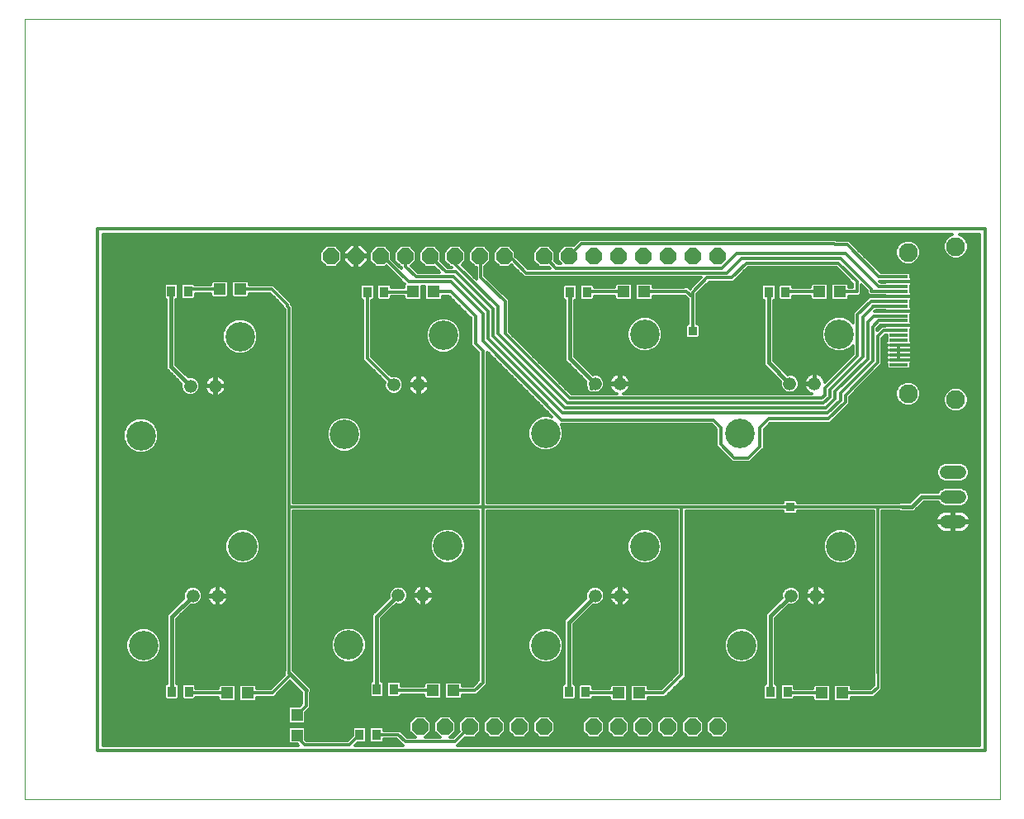
<source format=gtl>
G75*
%MOIN*%
%OFA0B0*%
%FSLAX24Y24*%
%IPPOS*%
%LPD*%
%AMOC8*
5,1,8,0,0,1.08239X$1,22.5*
%
%ADD10C,0.0000*%
%ADD11C,0.0120*%
%ADD12C,0.0526*%
%ADD13C,0.1187*%
%ADD14R,0.0748X0.0118*%
%ADD15C,0.0768*%
%ADD16R,0.0350X0.0420*%
%ADD17OC8,0.0660*%
%ADD18C,0.0540*%
%ADD19R,0.0472X0.0472*%
%ADD20R,0.0356X0.0356*%
%ADD21C,0.0160*%
%ADD22C,0.0100*%
D10*
X000100Y000100D02*
X000100Y031596D01*
X039470Y031596D01*
X039470Y000100D01*
X000100Y000100D01*
D11*
X003053Y002069D02*
X003053Y023131D01*
X038880Y023131D01*
X038880Y002069D01*
X003053Y002069D01*
X003273Y002289D02*
X003273Y022911D01*
X037562Y022911D01*
X037413Y022850D01*
X037271Y022708D01*
X037195Y022523D01*
X037195Y022323D01*
X037271Y022137D01*
X037413Y021996D01*
X037598Y021919D01*
X037799Y021919D01*
X037984Y021996D01*
X038126Y022137D01*
X038202Y022323D01*
X038202Y022523D01*
X038126Y022708D01*
X037984Y022850D01*
X037835Y022911D01*
X038660Y022911D01*
X038660Y002289D01*
X017586Y002289D01*
X017889Y002592D01*
X017894Y002587D01*
X018267Y002587D01*
X018530Y002851D01*
X018530Y003223D01*
X018267Y003487D01*
X017894Y003487D01*
X017630Y003223D01*
X017630Y002851D01*
X017635Y002846D01*
X017399Y002611D01*
X017290Y002611D01*
X017530Y002851D01*
X017530Y003223D01*
X017267Y003487D01*
X016894Y003487D01*
X016630Y003223D01*
X016630Y002851D01*
X016870Y002611D01*
X016290Y002611D01*
X016530Y002851D01*
X016530Y003223D01*
X016267Y003487D01*
X015894Y003487D01*
X015630Y003223D01*
X015630Y002851D01*
X015870Y002611D01*
X015556Y002611D01*
X015273Y002894D01*
X014605Y002894D01*
X014605Y002974D01*
X014535Y003044D01*
X014085Y003044D01*
X014015Y002974D01*
X014015Y002454D01*
X014085Y002384D01*
X014535Y002384D01*
X014605Y002454D01*
X014605Y002534D01*
X015124Y002534D01*
X015302Y002356D01*
X015370Y002289D01*
X013459Y002289D01*
X013555Y002384D01*
X013855Y002384D01*
X013925Y002454D01*
X013925Y002974D01*
X013855Y003044D01*
X013405Y003044D01*
X013335Y002974D01*
X013335Y002674D01*
X013141Y002480D01*
X011475Y002480D01*
X011456Y002498D01*
X011456Y002973D01*
X011386Y003043D01*
X010814Y003043D01*
X010744Y002973D01*
X010744Y002401D01*
X010814Y002330D01*
X011115Y002330D01*
X011157Y002289D01*
X003273Y002289D01*
X003273Y002352D02*
X010793Y002352D01*
X010744Y002470D02*
X003273Y002470D01*
X003273Y002589D02*
X010744Y002589D01*
X010744Y002707D02*
X003273Y002707D01*
X003273Y002826D02*
X010744Y002826D01*
X010744Y002944D02*
X003273Y002944D01*
X003273Y003063D02*
X015630Y003063D01*
X015630Y003181D02*
X011410Y003181D01*
X011386Y003157D02*
X011456Y003227D01*
X011456Y003615D01*
X011658Y003817D01*
X011658Y004397D01*
X011678Y004417D01*
X011678Y004582D01*
X011043Y005217D01*
X010959Y005301D01*
X010959Y011731D01*
X018424Y011731D01*
X018424Y004899D01*
X018205Y004680D01*
X017770Y004680D01*
X017770Y004786D01*
X017699Y004856D01*
X017127Y004856D01*
X017057Y004786D01*
X017057Y004214D01*
X017127Y004144D01*
X017699Y004144D01*
X017770Y004214D01*
X017770Y004320D01*
X018354Y004320D01*
X018678Y004644D01*
X018784Y004750D01*
X018784Y011731D01*
X026446Y011731D01*
X026446Y005204D01*
X025822Y004580D01*
X025270Y004580D01*
X025270Y004686D01*
X025199Y004756D01*
X024627Y004756D01*
X024557Y004686D01*
X024557Y004114D01*
X024627Y004044D01*
X025199Y004044D01*
X025270Y004114D01*
X025270Y004220D01*
X025971Y004220D01*
X026700Y004950D01*
X026806Y005055D01*
X026806Y011731D01*
X030707Y011731D01*
X030707Y011683D01*
X030778Y011613D01*
X031233Y011613D01*
X031304Y011683D01*
X031304Y011731D01*
X034369Y011731D01*
X034369Y005144D01*
X034379Y005134D01*
X034379Y004712D01*
X034247Y004580D01*
X033470Y004580D01*
X033470Y004686D01*
X033399Y004756D01*
X032827Y004756D01*
X032757Y004686D01*
X032757Y004114D01*
X032827Y004044D01*
X033399Y004044D01*
X033470Y004114D01*
X033470Y004220D01*
X034396Y004220D01*
X034729Y004553D01*
X034729Y004702D01*
X034719Y004712D01*
X034719Y005134D01*
X034729Y005144D01*
X034729Y011731D01*
X035430Y011731D01*
X035450Y011711D01*
X036010Y011711D01*
X036403Y012105D01*
X036975Y012105D01*
X036981Y012092D01*
X037090Y011982D01*
X037234Y011923D01*
X037929Y011923D01*
X038072Y011982D01*
X038182Y012092D01*
X038241Y012235D01*
X038241Y012390D01*
X038182Y012534D01*
X038072Y012643D01*
X037929Y012703D01*
X037234Y012703D01*
X037090Y012643D01*
X036981Y012534D01*
X036969Y012505D01*
X036238Y012505D01*
X036120Y012388D01*
X035844Y012111D01*
X035450Y012111D01*
X035430Y012091D01*
X031304Y012091D01*
X031304Y012139D01*
X031233Y012209D01*
X030778Y012209D01*
X030707Y012139D01*
X030707Y012091D01*
X018784Y012091D01*
X018784Y018162D01*
X021396Y015549D01*
X021281Y015597D01*
X020997Y015597D01*
X020735Y015488D01*
X020534Y015288D01*
X020426Y015025D01*
X020426Y014741D01*
X020534Y014479D01*
X020735Y014279D01*
X020997Y014170D01*
X021281Y014170D01*
X021544Y014279D01*
X021744Y014479D01*
X021853Y014741D01*
X021853Y015025D01*
X021766Y015235D01*
X027840Y015235D01*
X028030Y015045D01*
X028030Y014356D01*
X028136Y014251D01*
X028687Y013700D01*
X029387Y013700D01*
X029493Y013805D01*
X029975Y014287D01*
X029975Y015045D01*
X030214Y015284D01*
X032625Y015284D01*
X032731Y015390D01*
X033420Y016079D01*
X033420Y016354D01*
X034729Y017663D01*
X034729Y018726D01*
X034860Y018857D01*
X034901Y018857D01*
X034901Y018612D01*
X034893Y018604D01*
X034872Y018567D01*
X034861Y018527D01*
X034861Y018446D01*
X034861Y018366D01*
X034866Y018348D01*
X034861Y018330D01*
X034861Y018250D01*
X034940Y018250D01*
X034940Y018250D01*
X034940Y018250D01*
X034861Y018250D01*
X034861Y018169D01*
X034866Y018151D01*
X034861Y018133D01*
X034861Y018053D01*
X034940Y018053D01*
X034940Y018053D01*
X034940Y018053D01*
X034861Y018053D01*
X034861Y017973D01*
X034866Y017954D01*
X034861Y017936D01*
X034861Y017856D01*
X034940Y017856D01*
X034861Y017856D01*
X034861Y017776D01*
X034872Y017735D01*
X034893Y017699D01*
X034901Y017691D01*
X034901Y017550D01*
X034972Y017480D01*
X035819Y017480D01*
X035889Y017550D01*
X035889Y017691D01*
X035897Y017699D01*
X035918Y017735D01*
X035929Y017776D01*
X035929Y017856D01*
X035929Y017936D01*
X035924Y017954D01*
X035929Y017973D01*
X035929Y018053D01*
X035929Y018133D01*
X035924Y018151D01*
X035929Y018169D01*
X035929Y018250D01*
X035929Y018330D01*
X035924Y018348D01*
X035929Y018366D01*
X035929Y018446D01*
X035851Y018446D01*
X035851Y018446D01*
X035929Y018446D01*
X035929Y018527D01*
X035918Y018567D01*
X035897Y018604D01*
X035889Y018612D01*
X035889Y019069D01*
X035897Y019077D01*
X035918Y019113D01*
X035929Y019154D01*
X035929Y019234D01*
X035929Y019314D01*
X035918Y019355D01*
X035897Y019391D01*
X035889Y019399D01*
X035889Y019659D01*
X035897Y019667D01*
X035918Y019704D01*
X035929Y019744D01*
X035929Y019824D01*
X035395Y019824D01*
X034861Y019824D01*
X034861Y019808D01*
X034432Y019808D01*
X034466Y019841D01*
X034861Y019841D01*
X034861Y019824D01*
X035395Y019824D01*
X035395Y019824D01*
X035887Y019824D01*
X036517Y019194D01*
X037108Y019194D01*
X037305Y018998D01*
X037108Y018604D02*
X037305Y018407D01*
X037108Y018604D02*
X036517Y018604D01*
X035887Y019234D01*
X035395Y019234D01*
X035395Y019234D01*
X034861Y019234D01*
X034861Y019251D01*
X034663Y019251D01*
X034532Y019120D01*
X034532Y019038D01*
X034605Y019112D01*
X034605Y019112D01*
X034710Y019217D01*
X034861Y019217D01*
X034861Y019234D01*
X035395Y019234D01*
X035929Y019234D01*
X035395Y019234D01*
X035395Y019234D01*
X035395Y019431D02*
X034588Y019431D01*
X034352Y019194D01*
X034352Y017817D01*
X033033Y016498D01*
X033033Y016222D01*
X032511Y015700D01*
X021800Y015700D01*
X018800Y018700D01*
X018800Y019800D01*
X017400Y021200D01*
X015900Y021200D01*
X015480Y021620D01*
X015480Y022037D01*
X015930Y022023D02*
X016030Y022023D01*
X016030Y022141D02*
X015930Y022141D01*
X015930Y022223D02*
X015667Y022487D01*
X015294Y022487D01*
X015030Y022223D01*
X015030Y021851D01*
X015294Y021587D01*
X015300Y021587D01*
X015300Y021554D01*
X014930Y021924D01*
X014930Y022223D01*
X014667Y022487D01*
X014294Y022487D01*
X014030Y022223D01*
X014030Y021851D01*
X014294Y021587D01*
X014667Y021587D01*
X014713Y021633D01*
X015420Y020925D01*
X015445Y020900D01*
X015430Y020886D01*
X015430Y020769D01*
X014916Y020769D01*
X014916Y020849D01*
X014846Y020919D01*
X014397Y020919D01*
X014326Y020849D01*
X014326Y020330D01*
X014397Y020259D01*
X014846Y020259D01*
X014916Y020330D01*
X014916Y020409D01*
X015430Y020409D01*
X015430Y020314D01*
X015501Y020244D01*
X016073Y020244D01*
X016143Y020314D01*
X016143Y020820D01*
X016257Y020820D01*
X016257Y020314D01*
X016327Y020244D01*
X016899Y020244D01*
X016970Y020314D01*
X016970Y020420D01*
X017225Y020420D01*
X018120Y019525D01*
X018120Y018440D01*
X018424Y018136D01*
X018424Y012091D01*
X010959Y012091D01*
X010959Y020017D01*
X010890Y020086D01*
X010890Y020155D01*
X010785Y020260D01*
X010771Y020260D01*
X010402Y020629D01*
X010402Y020643D01*
X010165Y020880D01*
X009170Y020880D01*
X009170Y020986D01*
X009099Y021056D01*
X008527Y021056D01*
X008457Y020986D01*
X008457Y020414D01*
X008527Y020344D01*
X009099Y020344D01*
X009170Y020414D01*
X009170Y020520D01*
X010016Y020520D01*
X010147Y020389D01*
X010161Y020389D01*
X010530Y020020D01*
X010530Y019937D01*
X010599Y019868D01*
X010599Y005301D01*
X010579Y005281D01*
X010579Y005125D01*
X010034Y004580D01*
X009470Y004580D01*
X009470Y004686D01*
X009399Y004756D01*
X008827Y004756D01*
X008757Y004686D01*
X008757Y004114D01*
X008827Y004044D01*
X009399Y004044D01*
X009470Y004114D01*
X009470Y004220D01*
X010183Y004220D01*
X010289Y004325D01*
X010829Y004866D01*
X011298Y004397D01*
X011298Y003966D01*
X011202Y003870D01*
X010814Y003870D01*
X010744Y003799D01*
X010744Y003227D01*
X010814Y003157D01*
X011386Y003157D01*
X011456Y003300D02*
X015706Y003300D01*
X015825Y003418D02*
X011456Y003418D01*
X011456Y003537D02*
X038660Y003537D01*
X038660Y003655D02*
X011496Y003655D01*
X011615Y003774D02*
X038660Y003774D01*
X038660Y003892D02*
X011658Y003892D01*
X011658Y004011D02*
X038660Y004011D01*
X038660Y004129D02*
X033470Y004129D01*
X033113Y004400D02*
X034321Y004400D01*
X034549Y004628D01*
X034729Y004603D02*
X038660Y004603D01*
X038660Y004485D02*
X034660Y004485D01*
X034542Y004366D02*
X038660Y004366D01*
X038660Y004248D02*
X034423Y004248D01*
X034270Y004603D02*
X033470Y004603D01*
X033434Y004722D02*
X034379Y004722D01*
X034379Y004840D02*
X030420Y004840D01*
X030420Y004775D02*
X030420Y007415D01*
X030953Y007949D01*
X030970Y007942D01*
X031122Y007942D01*
X031263Y008000D01*
X031371Y008108D01*
X031429Y008248D01*
X031429Y008401D01*
X031371Y008541D01*
X031263Y008649D01*
X031122Y008707D01*
X030970Y008707D01*
X030829Y008649D01*
X030722Y008541D01*
X030664Y008401D01*
X030664Y008248D01*
X030670Y008231D01*
X030020Y007581D01*
X030020Y004775D01*
X029995Y004775D01*
X029925Y004705D01*
X029925Y004186D01*
X029995Y004115D01*
X030444Y004115D01*
X030515Y004186D01*
X030515Y004705D01*
X030444Y004775D01*
X030420Y004775D01*
X030498Y004722D02*
X030621Y004722D01*
X030605Y004705D02*
X030605Y004186D01*
X030675Y004115D01*
X031124Y004115D01*
X031195Y004186D01*
X031195Y004220D01*
X031930Y004220D01*
X031930Y004114D01*
X032001Y004044D01*
X032573Y004044D01*
X032643Y004114D01*
X032643Y004686D01*
X032573Y004756D01*
X032001Y004756D01*
X031930Y004686D01*
X031930Y004580D01*
X031195Y004580D01*
X031195Y004705D01*
X031124Y004775D01*
X030675Y004775D01*
X030605Y004705D01*
X030605Y004603D02*
X030515Y004603D01*
X030515Y004485D02*
X030605Y004485D01*
X030605Y004366D02*
X030515Y004366D01*
X030515Y004248D02*
X030605Y004248D01*
X030661Y004129D02*
X030458Y004129D01*
X029981Y004129D02*
X025270Y004129D01*
X024913Y004400D02*
X025896Y004400D01*
X026626Y005130D01*
X026626Y011911D01*
X031006Y011911D01*
X034549Y011911D01*
X035533Y011911D01*
X035448Y011713D02*
X034729Y011713D01*
X034729Y011595D02*
X036985Y011595D01*
X036983Y011593D02*
X036944Y011538D01*
X036913Y011478D01*
X036892Y011413D01*
X036881Y011346D01*
X036881Y011343D01*
X037551Y011343D01*
X037551Y011743D01*
X037277Y011743D01*
X037211Y011732D01*
X037146Y011711D01*
X037086Y011680D01*
X037031Y011641D01*
X036983Y011593D01*
X036912Y011476D02*
X034729Y011476D01*
X034729Y011358D02*
X036883Y011358D01*
X036881Y011283D02*
X036881Y011279D01*
X036892Y011212D01*
X036913Y011148D01*
X036944Y011087D01*
X036983Y011032D01*
X037031Y010985D01*
X037086Y010945D01*
X037146Y010914D01*
X037211Y010893D01*
X037277Y010883D01*
X037551Y010883D01*
X037551Y011283D01*
X036881Y011283D01*
X036888Y011239D02*
X034729Y011239D01*
X034729Y011121D02*
X036927Y011121D01*
X037014Y011002D02*
X034729Y011002D01*
X034729Y010884D02*
X037272Y010884D01*
X037551Y010884D02*
X037611Y010884D01*
X037611Y010883D02*
X037885Y010883D01*
X037952Y010893D01*
X038016Y010914D01*
X038077Y010945D01*
X038131Y010985D01*
X038179Y011032D01*
X038219Y011087D01*
X038250Y011148D01*
X038271Y011212D01*
X038281Y011279D01*
X038281Y011283D01*
X037611Y011283D01*
X037611Y011343D01*
X037551Y011343D01*
X037551Y011283D01*
X037611Y011283D01*
X037611Y010883D01*
X037611Y011002D02*
X037551Y011002D01*
X037551Y011121D02*
X037611Y011121D01*
X037611Y011239D02*
X037551Y011239D01*
X037551Y011358D02*
X037611Y011358D01*
X037611Y011343D02*
X037611Y011743D01*
X037885Y011743D01*
X037952Y011732D01*
X038016Y011711D01*
X038077Y011680D01*
X038131Y011641D01*
X038179Y011593D01*
X038219Y011538D01*
X038250Y011478D01*
X038271Y011413D01*
X038281Y011346D01*
X038281Y011343D01*
X037611Y011343D01*
X037611Y011476D02*
X037551Y011476D01*
X037551Y011595D02*
X037611Y011595D01*
X037611Y011713D02*
X037551Y011713D01*
X037152Y011713D02*
X036012Y011713D01*
X036130Y011832D02*
X038660Y011832D01*
X038660Y011950D02*
X037995Y011950D01*
X038159Y012069D02*
X038660Y012069D01*
X038660Y012187D02*
X038221Y012187D01*
X038241Y012306D02*
X038660Y012306D01*
X038660Y012424D02*
X038227Y012424D01*
X038173Y012543D02*
X038660Y012543D01*
X038660Y012661D02*
X038029Y012661D01*
X037929Y012923D02*
X038072Y012982D01*
X038182Y013092D01*
X038241Y013235D01*
X038241Y013390D01*
X038182Y013534D01*
X038072Y013643D01*
X037929Y013703D01*
X037234Y013703D01*
X037090Y013643D01*
X036981Y013534D01*
X036921Y013390D01*
X036921Y013235D01*
X036981Y013092D01*
X037090Y012982D01*
X037234Y012923D01*
X037929Y012923D01*
X038107Y013017D02*
X038660Y013017D01*
X038660Y013135D02*
X038200Y013135D01*
X038241Y013254D02*
X038660Y013254D01*
X038660Y013372D02*
X038241Y013372D01*
X038200Y013491D02*
X038660Y013491D01*
X038660Y013609D02*
X038106Y013609D01*
X038660Y013728D02*
X029415Y013728D01*
X029534Y013846D02*
X038660Y013846D01*
X038660Y013965D02*
X029652Y013965D01*
X029771Y014083D02*
X038660Y014083D01*
X038660Y014202D02*
X029889Y014202D01*
X029975Y014320D02*
X038660Y014320D01*
X038660Y014439D02*
X029975Y014439D01*
X029975Y014557D02*
X038660Y014557D01*
X038660Y014676D02*
X029975Y014676D01*
X029975Y014794D02*
X038660Y014794D01*
X038660Y014913D02*
X029975Y014913D01*
X029975Y015031D02*
X038660Y015031D01*
X038660Y015150D02*
X030079Y015150D01*
X030198Y015268D02*
X038660Y015268D01*
X038660Y015387D02*
X032728Y015387D01*
X032846Y015505D02*
X038660Y015505D01*
X038660Y015624D02*
X032965Y015624D01*
X033083Y015742D02*
X037588Y015742D01*
X037598Y015738D02*
X037799Y015738D01*
X037984Y015815D01*
X038126Y015956D01*
X038202Y016142D01*
X038202Y016342D01*
X038126Y016527D01*
X037984Y016669D01*
X037799Y016746D01*
X037598Y016746D01*
X037413Y016669D01*
X037271Y016527D01*
X037195Y016342D01*
X037195Y016142D01*
X037271Y015956D01*
X037413Y015815D01*
X037598Y015738D01*
X037809Y015742D02*
X038660Y015742D01*
X038660Y015861D02*
X038030Y015861D01*
X038135Y015979D02*
X038660Y015979D01*
X038660Y016098D02*
X038184Y016098D01*
X038202Y016216D02*
X038660Y016216D01*
X038660Y016335D02*
X038202Y016335D01*
X038156Y016453D02*
X038660Y016453D01*
X038660Y016572D02*
X038081Y016572D01*
X037933Y016690D02*
X038660Y016690D01*
X038660Y016809D02*
X036151Y016809D01*
X036196Y016763D02*
X036055Y016905D01*
X035870Y016982D01*
X035669Y016982D01*
X035484Y016905D01*
X035342Y016763D01*
X035265Y016578D01*
X035265Y016378D01*
X035342Y016193D01*
X035484Y016051D01*
X035669Y015974D01*
X035870Y015974D01*
X036055Y016051D01*
X036196Y016193D01*
X036273Y016378D01*
X036273Y016578D01*
X036196Y016763D01*
X036227Y016690D02*
X037464Y016690D01*
X037316Y016572D02*
X036273Y016572D01*
X036273Y016453D02*
X037241Y016453D01*
X037195Y016335D02*
X036255Y016335D01*
X036320Y016242D02*
X035927Y015848D01*
X033368Y015848D01*
X031793Y014273D01*
X031793Y013289D01*
X032580Y013289D02*
X032580Y014667D01*
X033565Y015651D01*
X036124Y015651D01*
X036517Y016045D01*
X036517Y017817D01*
X036281Y018053D01*
X035395Y018053D01*
X035395Y018250D01*
X035395Y018446D01*
X035395Y018446D01*
X035395Y018250D01*
X035395Y018250D01*
X036478Y018250D01*
X036714Y018013D01*
X036714Y015848D01*
X036320Y015454D01*
X033958Y015454D01*
X033368Y014864D01*
X033368Y013289D01*
X034155Y013289D02*
X034155Y014864D01*
X034549Y015257D01*
X036517Y015257D01*
X036911Y015651D01*
X036911Y018210D01*
X036675Y018446D01*
X035395Y018446D01*
X035395Y018349D02*
X035395Y018349D01*
X035395Y018250D02*
X035395Y018053D01*
X035395Y018053D01*
X035395Y018053D01*
X035395Y017856D01*
X035395Y017856D01*
X036084Y017856D01*
X036320Y017620D01*
X036320Y016242D01*
X036206Y016216D02*
X037195Y016216D01*
X037213Y016098D02*
X036101Y016098D01*
X035881Y015979D02*
X037262Y015979D01*
X037367Y015861D02*
X033202Y015861D01*
X033320Y015979D02*
X035657Y015979D01*
X035437Y016098D02*
X033420Y016098D01*
X033420Y016216D02*
X035332Y016216D01*
X035283Y016335D02*
X033420Y016335D01*
X033519Y016453D02*
X035265Y016453D01*
X035265Y016572D02*
X033637Y016572D01*
X033756Y016690D02*
X035312Y016690D01*
X035387Y016809D02*
X033874Y016809D01*
X033993Y016927D02*
X035537Y016927D01*
X036002Y016927D02*
X038660Y016927D01*
X038660Y017046D02*
X034111Y017046D01*
X034230Y017164D02*
X038660Y017164D01*
X038660Y017283D02*
X034348Y017283D01*
X034467Y017401D02*
X038660Y017401D01*
X038660Y017520D02*
X035859Y017520D01*
X035889Y017638D02*
X038660Y017638D01*
X038660Y017757D02*
X035924Y017757D01*
X035929Y017856D02*
X035851Y017856D01*
X035929Y017856D01*
X035929Y017875D02*
X038660Y017875D01*
X038660Y017994D02*
X035929Y017994D01*
X035929Y018053D02*
X035851Y018053D01*
X035929Y018053D01*
X035929Y018112D02*
X038660Y018112D01*
X038660Y018231D02*
X035929Y018231D01*
X035929Y018250D02*
X035851Y018250D01*
X035929Y018250D01*
X035851Y018250D02*
X035851Y018250D01*
X035851Y018250D01*
X035925Y018349D02*
X038660Y018349D01*
X038660Y018468D02*
X035929Y018468D01*
X035908Y018586D02*
X038660Y018586D01*
X038660Y018705D02*
X035889Y018705D01*
X035889Y018823D02*
X038660Y018823D01*
X038660Y018942D02*
X035889Y018942D01*
X035889Y019060D02*
X038660Y019060D01*
X038660Y019179D02*
X035929Y019179D01*
X035929Y019297D02*
X038660Y019297D01*
X038660Y019416D02*
X035889Y019416D01*
X035889Y019534D02*
X038660Y019534D01*
X038660Y019653D02*
X035889Y019653D01*
X035929Y019771D02*
X038660Y019771D01*
X038660Y019890D02*
X035929Y019890D01*
X035929Y019905D02*
X035918Y019945D01*
X035897Y019982D01*
X035889Y019990D01*
X035889Y020250D01*
X035897Y020258D01*
X035918Y020294D01*
X035929Y020335D01*
X035929Y020415D01*
X035929Y020495D01*
X035918Y020536D01*
X035897Y020572D01*
X035889Y020580D01*
X035889Y020840D01*
X035897Y020848D01*
X035918Y020885D01*
X035929Y020925D01*
X035929Y021006D01*
X035929Y021086D01*
X035918Y021126D01*
X035897Y021163D01*
X035889Y021171D01*
X035889Y021311D01*
X035819Y021381D01*
X035471Y021381D01*
X035470Y021382D01*
X034672Y021382D01*
X033480Y022575D01*
X033375Y022680D01*
X032893Y022680D01*
X032852Y022721D01*
X022510Y022721D01*
X022271Y022482D01*
X022267Y022487D01*
X021894Y022487D01*
X021630Y022223D01*
X021630Y021851D01*
X021744Y021737D01*
X021635Y021737D01*
X021526Y021846D01*
X021530Y021851D01*
X021530Y022223D01*
X021267Y022487D01*
X020894Y022487D01*
X020630Y022223D01*
X020630Y021851D01*
X020894Y021587D01*
X021267Y021587D01*
X021271Y021592D01*
X021323Y021540D01*
X020415Y021540D01*
X019947Y022007D01*
X019947Y022007D01*
X019930Y022024D01*
X019930Y022223D01*
X019667Y022487D01*
X019294Y022487D01*
X019030Y022223D01*
X019030Y021851D01*
X019294Y021587D01*
X019667Y021587D01*
X019763Y021683D01*
X020160Y021285D01*
X020266Y021180D01*
X027421Y021180D01*
X026994Y020752D01*
X026970Y020729D01*
X026896Y020802D01*
X026747Y020802D01*
X026725Y020780D01*
X025470Y020780D01*
X025470Y020886D01*
X025399Y020956D01*
X024827Y020956D01*
X024573Y020956D01*
X024001Y020956D01*
X023930Y020886D01*
X023930Y020780D01*
X023100Y020780D01*
X023100Y020841D01*
X023029Y020911D01*
X022580Y020911D01*
X022510Y020841D01*
X022510Y020321D01*
X022580Y020251D01*
X023029Y020251D01*
X023100Y020321D01*
X023100Y020420D01*
X023930Y020420D01*
X023930Y020314D01*
X024001Y020244D01*
X024573Y020244D01*
X024643Y020314D01*
X024643Y020886D01*
X024573Y020956D01*
X024643Y020838D02*
X024757Y020838D01*
X024757Y020886D02*
X024757Y020314D01*
X024827Y020244D01*
X025399Y020244D01*
X025470Y020314D01*
X025470Y020420D01*
X026770Y020420D01*
X026889Y020301D01*
X026889Y019296D01*
X026841Y019296D01*
X026770Y019225D01*
X026770Y018770D01*
X026841Y018700D01*
X027296Y018700D01*
X027367Y018770D01*
X027367Y019225D01*
X027296Y019296D01*
X027249Y019296D01*
X027249Y020498D01*
X027734Y020983D01*
X028718Y020983D01*
X029308Y021574D01*
X032872Y021574D01*
X033520Y020925D01*
X033520Y020780D01*
X033370Y020780D01*
X033370Y020886D01*
X033299Y020956D01*
X032727Y020956D01*
X032473Y020956D01*
X031901Y020956D01*
X031830Y020886D01*
X031830Y020780D01*
X031120Y020780D01*
X031120Y020841D01*
X031050Y020911D01*
X030600Y020911D01*
X030530Y020841D01*
X030530Y020321D01*
X030600Y020251D01*
X031050Y020251D01*
X031120Y020321D01*
X031120Y020420D01*
X031830Y020420D01*
X031830Y020314D01*
X031901Y020244D01*
X032473Y020244D01*
X032543Y020314D01*
X032543Y020886D01*
X032473Y020956D01*
X032543Y020838D02*
X032657Y020838D01*
X032657Y020886D02*
X032657Y020314D01*
X032727Y020244D01*
X033299Y020244D01*
X033370Y020314D01*
X033370Y020420D01*
X033775Y020420D01*
X033880Y020525D01*
X033880Y020865D01*
X034113Y020633D01*
X034113Y020537D01*
X034218Y020432D01*
X034861Y020432D01*
X034861Y020415D01*
X035395Y020415D01*
X035395Y020415D01*
X034861Y020415D01*
X034861Y020398D01*
X034199Y020398D01*
X033647Y019847D01*
X033542Y019741D01*
X033542Y019346D01*
X033400Y019488D01*
X033138Y019597D01*
X032854Y019597D01*
X032592Y019488D01*
X032391Y019288D01*
X032282Y019025D01*
X032282Y018741D01*
X032391Y018479D01*
X032592Y018279D01*
X032854Y018170D01*
X033138Y018170D01*
X033400Y018279D01*
X033542Y018421D01*
X033542Y018088D01*
X032412Y016958D01*
X032408Y016982D01*
X032387Y017046D01*
X032357Y017105D01*
X032318Y017159D01*
X032271Y017206D01*
X032217Y017245D01*
X032158Y017275D01*
X032095Y017296D01*
X032029Y017306D01*
X032023Y017306D01*
X032023Y016911D01*
X031968Y016911D01*
X031968Y016856D01*
X031573Y016856D01*
X031573Y016850D01*
X031583Y016784D01*
X031604Y016721D01*
X031634Y016662D01*
X031673Y016608D01*
X031720Y016561D01*
X031774Y016522D01*
X031833Y016492D01*
X031869Y016480D01*
X024266Y016480D01*
X024302Y016492D01*
X024361Y016522D01*
X024415Y016561D01*
X024462Y016608D01*
X024501Y016662D01*
X024531Y016721D01*
X024552Y016784D01*
X024562Y016850D01*
X024562Y016856D01*
X024167Y016856D01*
X024167Y016911D01*
X024562Y016911D01*
X024562Y016917D01*
X024552Y016982D01*
X024531Y017046D01*
X024501Y017105D01*
X024462Y017159D01*
X024415Y017206D01*
X024361Y017245D01*
X024302Y017275D01*
X024238Y017296D01*
X024173Y017306D01*
X024167Y017306D01*
X024167Y016911D01*
X024112Y016911D01*
X024112Y017306D01*
X024106Y017306D01*
X024040Y017296D01*
X023977Y017275D01*
X023918Y017245D01*
X023864Y017206D01*
X023817Y017159D01*
X023778Y017105D01*
X023748Y017046D01*
X023727Y016982D01*
X023717Y016917D01*
X023717Y016911D01*
X024112Y016911D01*
X024112Y016856D01*
X023717Y016856D01*
X023717Y016850D01*
X023727Y016784D01*
X023748Y016721D01*
X023778Y016662D01*
X023817Y016608D01*
X023864Y016561D01*
X023918Y016522D01*
X023977Y016492D01*
X024013Y016480D01*
X022175Y016480D01*
X019680Y018975D01*
X019680Y020275D01*
X019575Y020380D01*
X018694Y021261D01*
X018694Y021614D01*
X018930Y021851D01*
X018930Y022223D01*
X018667Y022487D01*
X018294Y022487D01*
X018030Y022223D01*
X018030Y021851D01*
X018294Y021587D01*
X018334Y021587D01*
X018334Y021121D01*
X017767Y021687D01*
X017930Y021851D01*
X017930Y022223D01*
X017667Y022487D01*
X017294Y022487D01*
X017030Y022223D01*
X017030Y021851D01*
X017294Y021587D01*
X017358Y021587D01*
X017365Y021580D01*
X017175Y021580D01*
X016917Y021837D01*
X016930Y021851D01*
X016930Y022223D01*
X016667Y022487D01*
X016294Y022487D01*
X016030Y022223D01*
X016030Y021851D01*
X016294Y021587D01*
X016658Y021587D01*
X016865Y021380D01*
X015975Y021380D01*
X015717Y021637D01*
X015930Y021851D01*
X015930Y022223D01*
X015894Y022260D02*
X016066Y022260D01*
X016185Y022378D02*
X015776Y022378D01*
X015930Y021904D02*
X016030Y021904D01*
X016095Y021786D02*
X015865Y021786D01*
X015747Y021667D02*
X016214Y021667D01*
X015925Y021430D02*
X016815Y021430D01*
X016697Y021549D02*
X015806Y021549D01*
X015600Y021000D02*
X017300Y021000D01*
X018600Y019700D01*
X018600Y018600D01*
X021785Y015415D01*
X027915Y015415D01*
X028210Y015120D01*
X028210Y014431D01*
X028761Y013880D01*
X029313Y013880D01*
X029795Y014362D01*
X029795Y015120D01*
X030139Y015464D01*
X032551Y015464D01*
X033240Y016153D01*
X033240Y016429D01*
X034549Y017738D01*
X034549Y018801D01*
X034785Y019037D01*
X035395Y019037D01*
X034901Y018823D02*
X034826Y018823D01*
X034901Y018705D02*
X034729Y018705D01*
X034729Y018586D02*
X034883Y018586D01*
X034861Y018468D02*
X034729Y018468D01*
X034729Y018349D02*
X034866Y018349D01*
X034861Y018446D02*
X034940Y018446D01*
X034940Y018446D01*
X034861Y018446D01*
X034861Y018231D02*
X034729Y018231D01*
X034729Y018112D02*
X034861Y018112D01*
X034861Y017994D02*
X034729Y017994D01*
X034729Y017875D02*
X034861Y017875D01*
X034940Y017856D02*
X034940Y017856D01*
X034866Y017757D02*
X034729Y017757D01*
X034704Y017638D02*
X034901Y017638D01*
X034932Y017520D02*
X034585Y017520D01*
X034155Y017895D02*
X034155Y019391D01*
X034391Y019628D01*
X035395Y019628D01*
X035395Y019824D02*
X035395Y019824D01*
X035929Y019824D01*
X035929Y019905D01*
X035889Y020008D02*
X038660Y020008D01*
X038660Y020127D02*
X035889Y020127D01*
X035889Y020245D02*
X038660Y020245D01*
X038660Y020364D02*
X035929Y020364D01*
X035929Y020415D02*
X035395Y020415D01*
X035887Y020415D01*
X036517Y019785D01*
X037108Y019785D01*
X037305Y019588D01*
X037305Y020179D02*
X037108Y020376D01*
X036517Y020376D01*
X035887Y021006D01*
X035395Y021006D01*
X035395Y021006D01*
X034861Y021006D01*
X034861Y021022D01*
X034672Y021022D01*
X034632Y021022D01*
X034666Y020989D01*
X034861Y020989D01*
X034861Y021006D01*
X035395Y021006D01*
X035929Y021006D01*
X035395Y021006D01*
X035395Y021006D01*
X035395Y021202D02*
X034598Y021202D01*
X033300Y022500D01*
X032818Y022500D01*
X032777Y022541D01*
X022584Y022541D01*
X022080Y022037D01*
X021630Y022023D02*
X021530Y022023D01*
X021530Y022141D02*
X021630Y022141D01*
X021666Y022260D02*
X021494Y022260D01*
X021376Y022378D02*
X021785Y022378D01*
X021630Y021904D02*
X021530Y021904D01*
X021586Y021786D02*
X021695Y021786D01*
X021561Y021557D02*
X021080Y022037D01*
X020630Y022023D02*
X019932Y022023D01*
X019930Y022141D02*
X020630Y022141D01*
X020666Y022260D02*
X019894Y022260D01*
X019776Y022378D02*
X020785Y022378D01*
X020630Y021904D02*
X020051Y021904D01*
X020169Y021786D02*
X020695Y021786D01*
X020814Y021667D02*
X020288Y021667D01*
X020406Y021549D02*
X021314Y021549D01*
X021561Y021557D02*
X028250Y021557D01*
X028840Y022147D01*
X033253Y022147D01*
X034578Y020822D01*
X034578Y020809D01*
X035395Y020809D01*
X035395Y020612D02*
X034293Y020612D01*
X034293Y020707D01*
X033050Y021950D01*
X029037Y021950D01*
X028446Y021360D01*
X020340Y021360D01*
X019767Y021933D01*
X019585Y021933D01*
X019480Y022037D01*
X019030Y022023D02*
X018930Y022023D01*
X018930Y022141D02*
X019030Y022141D01*
X019066Y022260D02*
X018894Y022260D01*
X018776Y022378D02*
X019185Y022378D01*
X019030Y021904D02*
X018930Y021904D01*
X018865Y021786D02*
X019095Y021786D01*
X019214Y021667D02*
X018747Y021667D01*
X018694Y021549D02*
X019897Y021549D01*
X019778Y021667D02*
X019747Y021667D01*
X020015Y021430D02*
X018694Y021430D01*
X018694Y021312D02*
X020134Y021312D01*
X020160Y021285D02*
X020160Y021285D01*
X020252Y021193D02*
X018762Y021193D01*
X018880Y021075D02*
X027316Y021075D01*
X027198Y020956D02*
X025399Y020956D01*
X025470Y020838D02*
X027079Y020838D01*
X027069Y020572D02*
X027069Y020376D01*
X026822Y020622D01*
X026800Y020600D01*
X025113Y020600D01*
X024757Y020601D02*
X024643Y020601D01*
X024643Y020719D02*
X024757Y020719D01*
X024757Y020886D02*
X024827Y020956D01*
X024757Y020482D02*
X024643Y020482D01*
X024643Y020364D02*
X024757Y020364D01*
X024826Y020245D02*
X024574Y020245D01*
X024287Y020600D02*
X022823Y020600D01*
X022805Y020581D01*
X022510Y020601D02*
X022420Y020601D01*
X022420Y020719D02*
X022510Y020719D01*
X022510Y020838D02*
X022420Y020838D01*
X022420Y020841D02*
X022349Y020911D01*
X021900Y020911D01*
X021830Y020841D01*
X021830Y020321D01*
X021900Y020251D01*
X021925Y020251D01*
X021925Y017815D01*
X022764Y016976D01*
X022757Y016960D01*
X022757Y016807D01*
X022778Y016756D01*
X022778Y016639D01*
X022895Y016522D01*
X023012Y016522D01*
X023063Y016501D01*
X023216Y016501D01*
X023356Y016559D01*
X023464Y016667D01*
X023522Y016807D01*
X023522Y016960D01*
X023464Y017100D01*
X023356Y017208D01*
X023216Y017266D01*
X023063Y017266D01*
X023046Y017259D01*
X022325Y017981D01*
X022325Y020251D01*
X022349Y020251D01*
X022420Y020321D01*
X022420Y020841D01*
X022420Y020482D02*
X022510Y020482D01*
X022510Y020364D02*
X022420Y020364D01*
X022325Y020245D02*
X023999Y020245D01*
X023930Y020364D02*
X023100Y020364D01*
X023100Y020838D02*
X023930Y020838D01*
X024001Y020956D02*
X018999Y020956D01*
X019117Y020838D02*
X021830Y020838D01*
X021830Y020719D02*
X019236Y020719D01*
X019354Y020601D02*
X021830Y020601D01*
X021830Y020482D02*
X019473Y020482D01*
X019591Y020364D02*
X021830Y020364D01*
X021925Y020245D02*
X019680Y020245D01*
X019680Y020127D02*
X021925Y020127D01*
X021925Y020008D02*
X019680Y020008D01*
X019680Y019890D02*
X021925Y019890D01*
X021925Y019771D02*
X019680Y019771D01*
X019680Y019653D02*
X021925Y019653D01*
X021925Y019534D02*
X019680Y019534D01*
X019680Y019416D02*
X021925Y019416D01*
X021925Y019297D02*
X019680Y019297D01*
X019680Y019179D02*
X021925Y019179D01*
X021925Y019060D02*
X019680Y019060D01*
X019713Y018942D02*
X021925Y018942D01*
X021925Y018823D02*
X019832Y018823D01*
X019950Y018705D02*
X021925Y018705D01*
X021925Y018586D02*
X020069Y018586D01*
X020187Y018468D02*
X021925Y018468D01*
X021925Y018349D02*
X020306Y018349D01*
X020424Y018231D02*
X021925Y018231D01*
X021925Y018112D02*
X020543Y018112D01*
X020661Y017994D02*
X021925Y017994D01*
X021925Y017875D02*
X020780Y017875D01*
X020898Y017757D02*
X021983Y017757D01*
X022102Y017638D02*
X021017Y017638D01*
X021135Y017520D02*
X022220Y017520D01*
X022339Y017401D02*
X021254Y017401D01*
X021372Y017283D02*
X022457Y017283D01*
X022576Y017164D02*
X021491Y017164D01*
X021609Y017046D02*
X022694Y017046D01*
X022757Y016927D02*
X021728Y016927D01*
X021846Y016809D02*
X022757Y016809D01*
X022778Y016690D02*
X021965Y016690D01*
X022083Y016572D02*
X022846Y016572D01*
X023369Y016572D02*
X023853Y016572D01*
X023763Y016690D02*
X023474Y016690D01*
X023522Y016809D02*
X023723Y016809D01*
X023718Y016927D02*
X023522Y016927D01*
X023487Y017046D02*
X023748Y017046D01*
X023822Y017164D02*
X023400Y017164D01*
X023023Y017283D02*
X024000Y017283D01*
X024112Y017283D02*
X024167Y017283D01*
X024279Y017283D02*
X030314Y017283D01*
X030195Y017401D02*
X022905Y017401D01*
X022786Y017520D02*
X030077Y017520D01*
X029958Y017638D02*
X022668Y017638D01*
X022549Y017757D02*
X029945Y017757D01*
X029945Y017651D02*
X030620Y016976D01*
X030613Y016960D01*
X030613Y016807D01*
X030671Y016667D01*
X030779Y016559D01*
X030920Y016501D01*
X031072Y016501D01*
X031213Y016559D01*
X031320Y016667D01*
X031378Y016807D01*
X031378Y016960D01*
X031320Y017100D01*
X031213Y017208D01*
X031072Y017266D01*
X030920Y017266D01*
X030903Y017259D01*
X030345Y017817D01*
X030345Y020251D01*
X030370Y020251D01*
X030440Y020321D01*
X030440Y020841D01*
X030370Y020911D01*
X029920Y020911D01*
X029850Y020841D01*
X029850Y020321D01*
X029920Y020251D01*
X029945Y020251D01*
X029945Y017651D01*
X029945Y017875D02*
X022431Y017875D01*
X022325Y017994D02*
X029945Y017994D01*
X029945Y018112D02*
X022325Y018112D01*
X022325Y018231D02*
X024851Y018231D01*
X024735Y018279D02*
X024997Y018170D01*
X025281Y018170D01*
X025544Y018279D01*
X025744Y018479D01*
X025853Y018741D01*
X025853Y019025D01*
X025744Y019288D01*
X025544Y019488D01*
X025281Y019597D01*
X024997Y019597D01*
X024735Y019488D01*
X024534Y019288D01*
X024426Y019025D01*
X024426Y018741D01*
X024534Y018479D01*
X024735Y018279D01*
X024665Y018349D02*
X022325Y018349D01*
X022325Y018468D02*
X024546Y018468D01*
X024490Y018586D02*
X022325Y018586D01*
X022325Y018705D02*
X024441Y018705D01*
X024426Y018823D02*
X022325Y018823D01*
X022325Y018942D02*
X024426Y018942D01*
X024440Y019060D02*
X022325Y019060D01*
X022325Y019179D02*
X024489Y019179D01*
X024544Y019297D02*
X022325Y019297D01*
X022325Y019416D02*
X024662Y019416D01*
X024846Y019534D02*
X022325Y019534D01*
X022325Y019653D02*
X026889Y019653D01*
X026889Y019771D02*
X022325Y019771D01*
X022325Y019890D02*
X026889Y019890D01*
X026889Y020008D02*
X022325Y020008D01*
X022325Y020127D02*
X026889Y020127D01*
X026889Y020245D02*
X025401Y020245D01*
X025470Y020364D02*
X026826Y020364D01*
X027069Y020376D02*
X027069Y018998D01*
X027367Y018942D02*
X029945Y018942D01*
X029945Y019060D02*
X027367Y019060D01*
X027367Y019179D02*
X029945Y019179D01*
X029945Y019297D02*
X027249Y019297D01*
X027249Y019416D02*
X029945Y019416D01*
X029945Y019534D02*
X027249Y019534D01*
X027249Y019653D02*
X029945Y019653D01*
X029945Y019771D02*
X027249Y019771D01*
X027249Y019890D02*
X029945Y019890D01*
X029945Y020008D02*
X027249Y020008D01*
X027249Y020127D02*
X029945Y020127D01*
X029945Y020245D02*
X027249Y020245D01*
X027249Y020364D02*
X029850Y020364D01*
X029850Y020482D02*
X027249Y020482D01*
X027351Y020601D02*
X029850Y020601D01*
X029850Y020719D02*
X027470Y020719D01*
X027588Y020838D02*
X029850Y020838D01*
X030440Y020838D02*
X030530Y020838D01*
X030530Y020719D02*
X030440Y020719D01*
X030440Y020601D02*
X030530Y020601D01*
X030530Y020482D02*
X030440Y020482D01*
X030440Y020364D02*
X030530Y020364D01*
X030345Y020245D02*
X031899Y020245D01*
X031830Y020364D02*
X031120Y020364D01*
X030844Y020600D02*
X030825Y020581D01*
X030844Y020600D02*
X032187Y020600D01*
X032543Y020601D02*
X032657Y020601D01*
X032657Y020719D02*
X032543Y020719D01*
X032657Y020886D02*
X032727Y020956D01*
X033134Y021312D02*
X029046Y021312D01*
X029165Y021430D02*
X033015Y021430D01*
X032897Y021549D02*
X029283Y021549D01*
X029234Y021754D02*
X028643Y021163D01*
X027659Y021163D01*
X027069Y020572D01*
X027707Y020956D02*
X031901Y020956D01*
X031830Y020838D02*
X031120Y020838D01*
X030345Y020127D02*
X033927Y020127D01*
X034046Y020245D02*
X033301Y020245D01*
X033370Y020364D02*
X034164Y020364D01*
X034168Y020482D02*
X033837Y020482D01*
X033880Y020601D02*
X034113Y020601D01*
X034026Y020719D02*
X033880Y020719D01*
X033880Y020838D02*
X033908Y020838D01*
X033700Y021000D02*
X033700Y020600D01*
X033013Y020600D01*
X032657Y020482D02*
X032543Y020482D01*
X032543Y020364D02*
X032657Y020364D01*
X032726Y020245D02*
X032474Y020245D01*
X032702Y019534D02*
X030345Y019534D01*
X030345Y019416D02*
X032519Y019416D01*
X032400Y019297D02*
X030345Y019297D01*
X030345Y019179D02*
X032346Y019179D01*
X032297Y019060D02*
X030345Y019060D01*
X030345Y018942D02*
X032282Y018942D01*
X032282Y018823D02*
X030345Y018823D01*
X030345Y018705D02*
X032297Y018705D01*
X032347Y018586D02*
X030345Y018586D01*
X030345Y018468D02*
X032402Y018468D01*
X032521Y018349D02*
X030345Y018349D01*
X030345Y018231D02*
X032707Y018231D01*
X033284Y018231D02*
X033542Y018231D01*
X033542Y018349D02*
X033470Y018349D01*
X033542Y018112D02*
X030345Y018112D01*
X030345Y017994D02*
X033448Y017994D01*
X033329Y017875D02*
X030345Y017875D01*
X030405Y017757D02*
X033211Y017757D01*
X033092Y017638D02*
X030524Y017638D01*
X030642Y017520D02*
X032974Y017520D01*
X032855Y017401D02*
X030761Y017401D01*
X030879Y017283D02*
X031856Y017283D01*
X031833Y017275D02*
X031774Y017245D01*
X031720Y017206D01*
X031673Y017159D01*
X031634Y017105D01*
X031604Y017046D01*
X031583Y016982D01*
X031573Y016917D01*
X031573Y016911D01*
X031968Y016911D01*
X031968Y017306D01*
X031962Y017306D01*
X031897Y017296D01*
X031833Y017275D01*
X031968Y017283D02*
X032023Y017283D01*
X032135Y017283D02*
X032737Y017283D01*
X032618Y017164D02*
X032313Y017164D01*
X032388Y017046D02*
X032500Y017046D01*
X032413Y016704D02*
X032413Y016429D01*
X032284Y016300D01*
X022100Y016300D01*
X019500Y018900D01*
X019500Y020200D01*
X018514Y021186D01*
X018514Y022004D01*
X018214Y021667D02*
X017788Y021667D01*
X017865Y021786D02*
X018095Y021786D01*
X018030Y021904D02*
X017930Y021904D01*
X017930Y022023D02*
X018030Y022023D01*
X018030Y022141D02*
X017930Y022141D01*
X017894Y022260D02*
X018066Y022260D01*
X018185Y022378D02*
X017776Y022378D01*
X017480Y022037D02*
X017480Y021720D01*
X019200Y020000D01*
X019200Y018900D01*
X022000Y016100D01*
X032360Y016100D01*
X032620Y016360D01*
X032620Y016635D01*
X033958Y017974D01*
X033958Y019588D01*
X034352Y019982D01*
X034352Y020021D01*
X035395Y020021D01*
X035395Y020218D02*
X034273Y020218D01*
X033722Y019667D01*
X033722Y018013D01*
X032413Y016704D01*
X032826Y016567D02*
X032826Y016291D01*
X032435Y015900D01*
X021900Y015900D01*
X019000Y018800D01*
X019000Y019900D01*
X017500Y021400D01*
X017100Y021400D01*
X016480Y022020D01*
X016480Y022037D01*
X016930Y022023D02*
X017030Y022023D01*
X017030Y022141D02*
X016930Y022141D01*
X016894Y022260D02*
X017066Y022260D01*
X017185Y022378D02*
X016776Y022378D01*
X016930Y021904D02*
X017030Y021904D01*
X016969Y021786D02*
X017095Y021786D01*
X017088Y021667D02*
X017214Y021667D01*
X017906Y021549D02*
X018334Y021549D01*
X018334Y021430D02*
X018025Y021430D01*
X018143Y021312D02*
X018334Y021312D01*
X018334Y021193D02*
X018262Y021193D01*
X017300Y020600D02*
X018300Y019600D01*
X018300Y018514D01*
X018604Y018210D01*
X018604Y011911D01*
X026626Y011911D01*
X026806Y011713D02*
X030707Y011713D01*
X031304Y011713D02*
X034369Y011713D01*
X034369Y011595D02*
X026806Y011595D01*
X026806Y011476D02*
X034369Y011476D01*
X034369Y011358D02*
X026806Y011358D01*
X026806Y011239D02*
X034369Y011239D01*
X034369Y011121D02*
X026806Y011121D01*
X026806Y011002D02*
X032818Y011002D01*
X032904Y011038D02*
X032642Y010929D01*
X032441Y010729D01*
X032333Y010466D01*
X032333Y010182D01*
X032441Y009920D01*
X032642Y009720D01*
X032904Y009611D01*
X033188Y009611D01*
X033450Y009720D01*
X033651Y009920D01*
X033760Y010182D01*
X033760Y010466D01*
X033651Y010729D01*
X033450Y010929D01*
X033188Y011038D01*
X032904Y011038D01*
X032596Y010884D02*
X026806Y010884D01*
X026806Y010765D02*
X032478Y010765D01*
X032407Y010647D02*
X026806Y010647D01*
X026806Y010528D02*
X032358Y010528D01*
X032333Y010410D02*
X026806Y010410D01*
X026806Y010291D02*
X032333Y010291D01*
X032337Y010173D02*
X026806Y010173D01*
X026806Y010054D02*
X032386Y010054D01*
X032435Y009936D02*
X026806Y009936D01*
X026806Y009817D02*
X032545Y009817D01*
X032693Y009699D02*
X026806Y009699D01*
X026806Y009580D02*
X034369Y009580D01*
X034369Y009462D02*
X026806Y009462D01*
X026806Y009343D02*
X034369Y009343D01*
X034369Y009225D02*
X026806Y009225D01*
X026806Y009106D02*
X034369Y009106D01*
X034369Y008988D02*
X026806Y008988D01*
X026806Y008869D02*
X034369Y008869D01*
X034369Y008751D02*
X026806Y008751D01*
X026806Y008632D02*
X030813Y008632D01*
X030710Y008514D02*
X026806Y008514D01*
X026806Y008395D02*
X030664Y008395D01*
X030664Y008277D02*
X026806Y008277D01*
X026806Y008158D02*
X030597Y008158D01*
X030479Y008040D02*
X026806Y008040D01*
X026806Y007921D02*
X030360Y007921D01*
X030242Y007803D02*
X026806Y007803D01*
X026806Y007684D02*
X030123Y007684D01*
X030020Y007566D02*
X026806Y007566D01*
X026806Y007447D02*
X030020Y007447D01*
X030020Y007329D02*
X026806Y007329D01*
X026806Y007210D02*
X030020Y007210D01*
X030020Y007092D02*
X026806Y007092D01*
X026806Y006973D02*
X028748Y006973D01*
X028642Y006929D02*
X028441Y006729D01*
X028333Y006466D01*
X028333Y006182D01*
X028441Y005920D01*
X028642Y005720D01*
X028904Y005611D01*
X029188Y005611D01*
X029450Y005720D01*
X029651Y005920D01*
X029760Y006182D01*
X029760Y006466D01*
X029651Y006729D01*
X029450Y006929D01*
X029188Y007038D01*
X028904Y007038D01*
X028642Y006929D01*
X028567Y006855D02*
X026806Y006855D01*
X026806Y006736D02*
X028449Y006736D01*
X028395Y006618D02*
X026806Y006618D01*
X026806Y006499D02*
X028346Y006499D01*
X028333Y006381D02*
X026806Y006381D01*
X026806Y006262D02*
X028333Y006262D01*
X028349Y006144D02*
X026806Y006144D01*
X026806Y006025D02*
X028398Y006025D01*
X028455Y005907D02*
X026806Y005907D01*
X026806Y005788D02*
X028574Y005788D01*
X028763Y005670D02*
X026806Y005670D01*
X026806Y005551D02*
X030020Y005551D01*
X030020Y005433D02*
X026806Y005433D01*
X026806Y005314D02*
X030020Y005314D01*
X030020Y005196D02*
X026806Y005196D01*
X026806Y005077D02*
X030020Y005077D01*
X030020Y004959D02*
X026709Y004959D01*
X026591Y004840D02*
X030020Y004840D01*
X029941Y004722D02*
X026472Y004722D01*
X026354Y004603D02*
X029925Y004603D01*
X029925Y004485D02*
X026235Y004485D01*
X026117Y004366D02*
X029925Y004366D01*
X029925Y004248D02*
X025998Y004248D01*
X025845Y004603D02*
X025270Y004603D01*
X025234Y004722D02*
X025963Y004722D01*
X026082Y004840D02*
X022273Y004840D01*
X022273Y004768D02*
X022273Y007170D01*
X023048Y007945D01*
X023065Y007938D01*
X023217Y007938D01*
X023358Y007996D01*
X023466Y008104D01*
X023524Y008245D01*
X023524Y008397D01*
X023466Y008538D01*
X023358Y008645D01*
X023217Y008704D01*
X023065Y008704D01*
X022924Y008645D01*
X022817Y008538D01*
X022758Y008397D01*
X022758Y008245D01*
X022765Y008228D01*
X021873Y007335D01*
X021873Y004768D01*
X021848Y004768D01*
X021778Y004698D01*
X021778Y004178D01*
X021848Y004108D01*
X022297Y004108D01*
X022368Y004178D01*
X022368Y004698D01*
X022297Y004768D01*
X022273Y004768D01*
X022344Y004722D02*
X022481Y004722D01*
X022458Y004698D02*
X022528Y004768D01*
X022977Y004768D01*
X023048Y004698D01*
X023048Y004580D01*
X023730Y004580D01*
X023730Y004686D01*
X023801Y004756D01*
X024373Y004756D01*
X024443Y004686D01*
X024443Y004114D01*
X024373Y004044D01*
X023801Y004044D01*
X023730Y004114D01*
X023730Y004220D01*
X023048Y004220D01*
X023048Y004178D01*
X022977Y004108D01*
X022528Y004108D01*
X022458Y004178D01*
X022458Y004698D01*
X022458Y004603D02*
X022368Y004603D01*
X022368Y004485D02*
X022458Y004485D01*
X022458Y004366D02*
X022368Y004366D01*
X022368Y004248D02*
X022458Y004248D01*
X022507Y004129D02*
X022318Y004129D01*
X021827Y004129D02*
X011658Y004129D01*
X011658Y004248D02*
X014082Y004248D01*
X014105Y004224D02*
X014555Y004224D01*
X014625Y004294D01*
X014625Y004814D01*
X014555Y004884D01*
X014530Y004884D01*
X014530Y007397D01*
X015099Y007966D01*
X015116Y007959D01*
X015268Y007959D01*
X015409Y008017D01*
X015516Y008125D01*
X015575Y008266D01*
X015575Y008418D01*
X015516Y008559D01*
X015409Y008666D01*
X015268Y008725D01*
X015116Y008725D01*
X014975Y008666D01*
X014867Y008559D01*
X014809Y008418D01*
X014809Y008266D01*
X014816Y008249D01*
X014130Y007563D01*
X014130Y004884D01*
X014105Y004884D01*
X014035Y004814D01*
X014035Y004294D01*
X014105Y004224D01*
X014035Y004366D02*
X011658Y004366D01*
X011678Y004485D02*
X014035Y004485D01*
X014035Y004603D02*
X011657Y004603D01*
X011539Y004722D02*
X014035Y004722D01*
X014061Y004840D02*
X011420Y004840D01*
X011302Y004959D02*
X014130Y004959D01*
X014130Y005077D02*
X011183Y005077D01*
X011065Y005196D02*
X014130Y005196D01*
X014130Y005314D02*
X010959Y005314D01*
X010959Y005433D02*
X014130Y005433D01*
X014130Y005551D02*
X010959Y005551D01*
X010959Y005670D02*
X012950Y005670D01*
X013050Y005628D02*
X013334Y005628D01*
X013596Y005737D01*
X013797Y005938D01*
X013905Y006200D01*
X013905Y006484D01*
X013797Y006746D01*
X013596Y006947D01*
X013334Y007055D01*
X013050Y007055D01*
X012788Y006947D01*
X012587Y006746D01*
X012478Y006484D01*
X012478Y006200D01*
X012587Y005938D01*
X012788Y005737D01*
X013050Y005628D01*
X012736Y005788D02*
X010959Y005788D01*
X010959Y005907D02*
X012618Y005907D01*
X012551Y006025D02*
X010959Y006025D01*
X010959Y006144D02*
X012502Y006144D01*
X012478Y006262D02*
X010959Y006262D01*
X010959Y006381D02*
X012478Y006381D01*
X012485Y006499D02*
X010959Y006499D01*
X010959Y006618D02*
X012534Y006618D01*
X012583Y006736D02*
X010959Y006736D01*
X010959Y006855D02*
X012695Y006855D01*
X012851Y006973D02*
X010959Y006973D01*
X010959Y007092D02*
X014130Y007092D01*
X014130Y007210D02*
X010959Y007210D01*
X010959Y007329D02*
X014130Y007329D01*
X014130Y007447D02*
X010959Y007447D01*
X010959Y007566D02*
X014133Y007566D01*
X014251Y007684D02*
X010959Y007684D01*
X010959Y007803D02*
X014370Y007803D01*
X014488Y007921D02*
X010959Y007921D01*
X010959Y008040D02*
X014607Y008040D01*
X014725Y008158D02*
X010959Y008158D01*
X010959Y008277D02*
X014809Y008277D01*
X014809Y008395D02*
X010959Y008395D01*
X010959Y008514D02*
X014849Y008514D01*
X014941Y008632D02*
X010959Y008632D01*
X010959Y008751D02*
X016082Y008751D01*
X016093Y008754D02*
X016029Y008734D01*
X015970Y008703D01*
X015916Y008664D01*
X015869Y008617D01*
X015830Y008563D01*
X015800Y008504D01*
X015779Y008441D01*
X015769Y008375D01*
X015769Y008369D01*
X016164Y008369D01*
X016164Y008314D01*
X016219Y008314D01*
X016219Y007919D01*
X016225Y007919D01*
X016291Y007929D01*
X016354Y007950D01*
X016413Y007980D01*
X016467Y008019D01*
X016514Y008066D01*
X016553Y008120D01*
X016584Y008179D01*
X016604Y008243D01*
X016615Y008308D01*
X016615Y008314D01*
X016219Y008314D01*
X016219Y008369D01*
X016615Y008369D01*
X016615Y008375D01*
X016604Y008441D01*
X016584Y008504D01*
X016553Y008563D01*
X016514Y008617D01*
X016467Y008664D01*
X016413Y008703D01*
X016354Y008734D01*
X016291Y008754D01*
X016225Y008765D01*
X016219Y008765D01*
X016219Y008369D01*
X016164Y008369D01*
X016164Y008765D01*
X016158Y008765D01*
X016093Y008754D01*
X016164Y008751D02*
X016219Y008751D01*
X016302Y008751D02*
X018424Y008751D01*
X018424Y008869D02*
X010959Y008869D01*
X010959Y008988D02*
X018424Y008988D01*
X018424Y009106D02*
X010959Y009106D01*
X010959Y009225D02*
X018424Y009225D01*
X018424Y009343D02*
X010959Y009343D01*
X010959Y009462D02*
X018424Y009462D01*
X018424Y009580D02*
X010959Y009580D01*
X010959Y009699D02*
X016880Y009699D01*
X016788Y009737D02*
X017050Y009628D01*
X017334Y009628D01*
X017596Y009737D01*
X017797Y009938D01*
X017905Y010200D01*
X017905Y010484D01*
X017797Y010746D01*
X017596Y010947D01*
X017334Y011055D01*
X017050Y011055D01*
X016788Y010947D01*
X016587Y010746D01*
X016478Y010484D01*
X016478Y010200D01*
X016587Y009938D01*
X016788Y009737D01*
X016707Y009817D02*
X010959Y009817D01*
X010959Y009936D02*
X016589Y009936D01*
X016539Y010054D02*
X010959Y010054D01*
X010959Y010173D02*
X016490Y010173D01*
X016478Y010291D02*
X010959Y010291D01*
X010959Y010410D02*
X016478Y010410D01*
X016497Y010528D02*
X010959Y010528D01*
X010959Y010647D02*
X016546Y010647D01*
X016606Y010765D02*
X010959Y010765D01*
X010959Y010884D02*
X016724Y010884D01*
X016921Y011002D02*
X010959Y011002D01*
X010959Y011121D02*
X018424Y011121D01*
X018424Y011239D02*
X010959Y011239D01*
X010959Y011358D02*
X018424Y011358D01*
X018424Y011476D02*
X010959Y011476D01*
X010959Y011595D02*
X018424Y011595D01*
X018424Y011713D02*
X010959Y011713D01*
X010779Y011911D02*
X018604Y011911D01*
X018604Y004824D01*
X018280Y004500D01*
X017413Y004500D01*
X017057Y004485D02*
X016943Y004485D01*
X016943Y004603D02*
X017057Y004603D01*
X017057Y004722D02*
X016943Y004722D01*
X016943Y004786D02*
X016943Y004214D01*
X016873Y004144D01*
X016301Y004144D01*
X016230Y004214D01*
X016230Y004320D01*
X015305Y004320D01*
X015305Y004294D01*
X015235Y004224D01*
X014785Y004224D01*
X014715Y004294D01*
X014715Y004814D01*
X014785Y004884D01*
X015235Y004884D01*
X015305Y004814D01*
X015305Y004680D01*
X016230Y004680D01*
X016230Y004786D01*
X016301Y004856D01*
X016873Y004856D01*
X016943Y004786D01*
X016889Y004840D02*
X017111Y004840D01*
X017716Y004840D02*
X018365Y004840D01*
X018424Y004959D02*
X014530Y004959D01*
X014530Y005077D02*
X018424Y005077D01*
X018424Y005196D02*
X014530Y005196D01*
X014530Y005314D02*
X018424Y005314D01*
X018424Y005433D02*
X014530Y005433D01*
X014530Y005551D02*
X018424Y005551D01*
X018424Y005670D02*
X014530Y005670D01*
X014530Y005788D02*
X018424Y005788D01*
X018424Y005907D02*
X014530Y005907D01*
X014530Y006025D02*
X018424Y006025D01*
X018424Y006144D02*
X014530Y006144D01*
X014530Y006262D02*
X018424Y006262D01*
X018424Y006381D02*
X014530Y006381D01*
X014530Y006499D02*
X018424Y006499D01*
X018424Y006618D02*
X014530Y006618D01*
X014530Y006736D02*
X018424Y006736D01*
X018424Y006855D02*
X014530Y006855D01*
X014530Y006973D02*
X018424Y006973D01*
X018424Y007092D02*
X014530Y007092D01*
X014530Y007210D02*
X018424Y007210D01*
X018424Y007329D02*
X014530Y007329D01*
X014580Y007447D02*
X018424Y007447D01*
X018424Y007566D02*
X014698Y007566D01*
X014817Y007684D02*
X018424Y007684D01*
X018424Y007803D02*
X014935Y007803D01*
X015054Y007921D02*
X016145Y007921D01*
X016158Y007919D02*
X016164Y007919D01*
X016164Y008314D01*
X015769Y008314D01*
X015769Y008308D01*
X015779Y008243D01*
X015800Y008179D01*
X015830Y008120D01*
X015869Y008066D01*
X015916Y008019D01*
X015970Y007980D01*
X016029Y007950D01*
X016093Y007929D01*
X016158Y007919D01*
X016164Y007921D02*
X016219Y007921D01*
X016238Y007921D02*
X018424Y007921D01*
X018424Y008040D02*
X016487Y008040D01*
X016573Y008158D02*
X018424Y008158D01*
X018424Y008277D02*
X016609Y008277D01*
X016611Y008395D02*
X018424Y008395D01*
X018424Y008514D02*
X016579Y008514D01*
X016499Y008632D02*
X018424Y008632D01*
X018784Y008632D02*
X022911Y008632D01*
X022807Y008514D02*
X018784Y008514D01*
X018784Y008395D02*
X022758Y008395D01*
X022758Y008277D02*
X018784Y008277D01*
X018784Y008158D02*
X022695Y008158D01*
X022577Y008040D02*
X018784Y008040D01*
X018784Y007921D02*
X022458Y007921D01*
X022340Y007803D02*
X018784Y007803D01*
X018784Y007684D02*
X022221Y007684D01*
X022103Y007566D02*
X018784Y007566D01*
X018784Y007447D02*
X021984Y007447D01*
X021873Y007329D02*
X018784Y007329D01*
X018784Y007210D02*
X021873Y007210D01*
X021873Y007092D02*
X018784Y007092D01*
X018784Y006973D02*
X020851Y006973D01*
X020737Y006926D02*
X020536Y006725D01*
X020428Y006463D01*
X020428Y006179D01*
X020536Y005917D01*
X020737Y005716D01*
X020999Y005607D01*
X021283Y005607D01*
X021545Y005716D01*
X021746Y005917D01*
X021855Y006179D01*
X021855Y006463D01*
X021746Y006725D01*
X021545Y006926D01*
X021283Y007034D01*
X020999Y007034D01*
X020737Y006926D01*
X020666Y006855D02*
X018784Y006855D01*
X018784Y006736D02*
X020547Y006736D01*
X020492Y006618D02*
X018784Y006618D01*
X018784Y006499D02*
X020443Y006499D01*
X020428Y006381D02*
X018784Y006381D01*
X018784Y006262D02*
X020428Y006262D01*
X020442Y006144D02*
X018784Y006144D01*
X018784Y006025D02*
X020491Y006025D01*
X020546Y005907D02*
X018784Y005907D01*
X018784Y005788D02*
X020665Y005788D01*
X020849Y005670D02*
X018784Y005670D01*
X018784Y005551D02*
X021873Y005551D01*
X021873Y005433D02*
X018784Y005433D01*
X018784Y005314D02*
X021873Y005314D01*
X021873Y005196D02*
X018784Y005196D01*
X018784Y005077D02*
X021873Y005077D01*
X021873Y004959D02*
X018784Y004959D01*
X018784Y004840D02*
X021873Y004840D01*
X021801Y004722D02*
X018756Y004722D01*
X018678Y004644D02*
X018678Y004644D01*
X018637Y004603D02*
X021778Y004603D01*
X021778Y004485D02*
X018519Y004485D01*
X018400Y004366D02*
X021778Y004366D01*
X021778Y004248D02*
X017770Y004248D01*
X017770Y004722D02*
X018246Y004722D01*
X017057Y004366D02*
X016943Y004366D01*
X016943Y004248D02*
X017057Y004248D01*
X016587Y004500D02*
X015064Y004500D01*
X015010Y004554D01*
X014715Y004603D02*
X014625Y004603D01*
X014625Y004485D02*
X014715Y004485D01*
X014715Y004366D02*
X014625Y004366D01*
X014578Y004248D02*
X014762Y004248D01*
X014715Y004722D02*
X014625Y004722D01*
X014599Y004840D02*
X014741Y004840D01*
X015279Y004840D02*
X016284Y004840D01*
X016230Y004722D02*
X015305Y004722D01*
X015258Y004248D02*
X016230Y004248D01*
X016336Y003418D02*
X016825Y003418D01*
X016706Y003300D02*
X016454Y003300D01*
X016530Y003181D02*
X016630Y003181D01*
X016630Y003063D02*
X016530Y003063D01*
X016530Y002944D02*
X016630Y002944D01*
X016655Y002826D02*
X016505Y002826D01*
X016387Y002707D02*
X016774Y002707D01*
X017387Y002707D02*
X017496Y002707D01*
X017505Y002826D02*
X017614Y002826D01*
X017630Y002944D02*
X017530Y002944D01*
X017530Y003063D02*
X017630Y003063D01*
X017630Y003181D02*
X017530Y003181D01*
X017454Y003300D02*
X017706Y003300D01*
X017825Y003418D02*
X017336Y003418D01*
X018080Y003037D02*
X017474Y002431D01*
X015482Y002431D01*
X015198Y002714D01*
X014310Y002714D01*
X014015Y002707D02*
X013925Y002707D01*
X013925Y002589D02*
X014015Y002589D01*
X014015Y002470D02*
X013925Y002470D01*
X013925Y002826D02*
X014015Y002826D01*
X014015Y002944D02*
X013925Y002944D01*
X013630Y002714D02*
X013216Y002300D01*
X011400Y002300D01*
X011100Y002600D01*
X011100Y002687D01*
X011456Y002707D02*
X013335Y002707D01*
X013335Y002826D02*
X011456Y002826D01*
X011456Y002944D02*
X013335Y002944D01*
X013576Y002768D02*
X013630Y002714D01*
X013522Y002352D02*
X015307Y002352D01*
X015188Y002470D02*
X014605Y002470D01*
X014605Y002944D02*
X015630Y002944D01*
X015655Y002826D02*
X015342Y002826D01*
X015460Y002707D02*
X015774Y002707D01*
X017649Y002352D02*
X038660Y002352D01*
X038660Y002470D02*
X017768Y002470D01*
X017886Y002589D02*
X017892Y002589D01*
X018268Y002589D02*
X018892Y002589D01*
X018894Y002587D02*
X019267Y002587D01*
X019530Y002851D01*
X019530Y003223D01*
X019267Y003487D01*
X018894Y003487D01*
X018630Y003223D01*
X018630Y002851D01*
X018894Y002587D01*
X018774Y002707D02*
X018387Y002707D01*
X018505Y002826D02*
X018655Y002826D01*
X018630Y002944D02*
X018530Y002944D01*
X018530Y003063D02*
X018630Y003063D01*
X018630Y003181D02*
X018530Y003181D01*
X018454Y003300D02*
X018706Y003300D01*
X018825Y003418D02*
X018336Y003418D01*
X019336Y003418D02*
X019825Y003418D01*
X019894Y003487D02*
X019630Y003223D01*
X019630Y002851D01*
X019894Y002587D01*
X020267Y002587D01*
X020530Y002851D01*
X020530Y003223D01*
X020267Y003487D01*
X019894Y003487D01*
X019706Y003300D02*
X019454Y003300D01*
X019530Y003181D02*
X019630Y003181D01*
X019630Y003063D02*
X019530Y003063D01*
X019530Y002944D02*
X019630Y002944D01*
X019655Y002826D02*
X019505Y002826D01*
X019387Y002707D02*
X019774Y002707D01*
X019892Y002589D02*
X019268Y002589D01*
X020268Y002589D02*
X020892Y002589D01*
X020894Y002587D02*
X021267Y002587D01*
X021530Y002851D01*
X021530Y003223D01*
X021267Y003487D01*
X020894Y003487D01*
X020630Y003223D01*
X020630Y002851D01*
X020894Y002587D01*
X020774Y002707D02*
X020387Y002707D01*
X020505Y002826D02*
X020655Y002826D01*
X020630Y002944D02*
X020530Y002944D01*
X020530Y003063D02*
X020630Y003063D01*
X020630Y003181D02*
X020530Y003181D01*
X020454Y003300D02*
X020706Y003300D01*
X020825Y003418D02*
X020336Y003418D01*
X021336Y003418D02*
X022825Y003418D01*
X022894Y003487D02*
X022630Y003223D01*
X022630Y002851D01*
X022894Y002587D01*
X023267Y002587D01*
X023530Y002851D01*
X023530Y003223D01*
X023267Y003487D01*
X022894Y003487D01*
X022706Y003300D02*
X021454Y003300D01*
X021530Y003181D02*
X022630Y003181D01*
X022630Y003063D02*
X021530Y003063D01*
X021530Y002944D02*
X022630Y002944D01*
X022655Y002826D02*
X021505Y002826D01*
X021387Y002707D02*
X022774Y002707D01*
X022892Y002589D02*
X021268Y002589D01*
X023268Y002589D02*
X023892Y002589D01*
X023894Y002587D02*
X024267Y002587D01*
X024530Y002851D01*
X024530Y003223D01*
X024267Y003487D01*
X023894Y003487D01*
X023630Y003223D01*
X023630Y002851D01*
X023894Y002587D01*
X023774Y002707D02*
X023387Y002707D01*
X023505Y002826D02*
X023655Y002826D01*
X023630Y002944D02*
X023530Y002944D01*
X023530Y003063D02*
X023630Y003063D01*
X023630Y003181D02*
X023530Y003181D01*
X023454Y003300D02*
X023706Y003300D01*
X023825Y003418D02*
X023336Y003418D01*
X022998Y004129D02*
X023730Y004129D01*
X024087Y004400D02*
X022791Y004400D01*
X022753Y004438D01*
X023048Y004603D02*
X023730Y004603D01*
X023766Y004722D02*
X023024Y004722D01*
X022273Y004959D02*
X026200Y004959D01*
X026319Y005077D02*
X022273Y005077D01*
X022273Y005196D02*
X026437Y005196D01*
X026446Y005314D02*
X022273Y005314D01*
X022273Y005433D02*
X026446Y005433D01*
X026446Y005551D02*
X022273Y005551D01*
X022273Y005670D02*
X026446Y005670D01*
X026446Y005788D02*
X022273Y005788D01*
X022273Y005907D02*
X026446Y005907D01*
X026446Y006025D02*
X022273Y006025D01*
X022273Y006144D02*
X026446Y006144D01*
X026446Y006262D02*
X022273Y006262D01*
X022273Y006381D02*
X026446Y006381D01*
X026446Y006499D02*
X022273Y006499D01*
X022273Y006618D02*
X026446Y006618D01*
X026446Y006736D02*
X022273Y006736D01*
X022273Y006855D02*
X026446Y006855D01*
X026446Y006973D02*
X022273Y006973D01*
X022273Y007092D02*
X026446Y007092D01*
X026446Y007210D02*
X022313Y007210D01*
X022432Y007329D02*
X026446Y007329D01*
X026446Y007447D02*
X022550Y007447D01*
X022669Y007566D02*
X026446Y007566D01*
X026446Y007684D02*
X022787Y007684D01*
X022906Y007803D02*
X026446Y007803D01*
X026446Y007921D02*
X024279Y007921D01*
X024303Y007929D02*
X024240Y007908D01*
X024174Y007898D01*
X024169Y007898D01*
X024169Y008293D01*
X024169Y008348D01*
X024564Y008348D01*
X024564Y008354D01*
X024553Y008420D01*
X024533Y008483D01*
X024503Y008542D01*
X024464Y008596D01*
X024417Y008643D01*
X024363Y008682D01*
X024303Y008713D01*
X024240Y008733D01*
X024174Y008744D01*
X024169Y008744D01*
X024169Y008348D01*
X024114Y008348D01*
X024113Y008348D02*
X024113Y008293D01*
X023718Y008293D01*
X023718Y008288D01*
X023729Y008222D01*
X023749Y008159D01*
X023779Y008099D01*
X023819Y008045D01*
X023866Y007998D01*
X023920Y007959D01*
X023979Y007929D01*
X024042Y007908D01*
X024108Y007898D01*
X024114Y007898D01*
X024114Y008293D01*
X024169Y008293D01*
X024564Y008293D01*
X024564Y008288D01*
X024553Y008222D01*
X024533Y008159D01*
X024503Y008099D01*
X024464Y008045D01*
X024417Y007998D01*
X024363Y007959D01*
X024303Y007929D01*
X024169Y007921D02*
X024114Y007921D01*
X024004Y007921D02*
X023024Y007921D01*
X023401Y008040D02*
X023825Y008040D01*
X023750Y008158D02*
X023488Y008158D01*
X023524Y008277D02*
X023720Y008277D01*
X023718Y008348D02*
X024113Y008348D01*
X024114Y008348D02*
X024114Y008744D01*
X024108Y008744D01*
X024042Y008733D01*
X023979Y008713D01*
X023920Y008682D01*
X023866Y008643D01*
X023819Y008596D01*
X023779Y008542D01*
X023749Y008483D01*
X023729Y008420D01*
X023718Y008354D01*
X023718Y008348D01*
X023725Y008395D02*
X023524Y008395D01*
X023476Y008514D02*
X023765Y008514D01*
X023854Y008632D02*
X023371Y008632D01*
X024114Y008632D02*
X024169Y008632D01*
X024169Y008514D02*
X024114Y008514D01*
X024114Y008395D02*
X024169Y008395D01*
X024169Y008277D02*
X024114Y008277D01*
X024114Y008158D02*
X024169Y008158D01*
X024169Y008040D02*
X024114Y008040D01*
X024458Y008040D02*
X026446Y008040D01*
X026446Y008158D02*
X024533Y008158D01*
X024562Y008277D02*
X026446Y008277D01*
X026446Y008395D02*
X024557Y008395D01*
X024517Y008514D02*
X026446Y008514D01*
X026446Y008632D02*
X024428Y008632D01*
X024779Y009699D02*
X018784Y009699D01*
X018784Y009817D02*
X024636Y009817D01*
X024536Y009917D02*
X024737Y009716D01*
X024999Y009607D01*
X025283Y009607D01*
X025545Y009716D01*
X025746Y009917D01*
X025855Y010179D01*
X025855Y010463D01*
X025746Y010725D01*
X025545Y010926D01*
X025283Y011034D01*
X024999Y011034D01*
X024737Y010926D01*
X024536Y010725D01*
X024428Y010463D01*
X024428Y010179D01*
X024536Y009917D01*
X024528Y009936D02*
X018784Y009936D01*
X018784Y010054D02*
X024479Y010054D01*
X024430Y010173D02*
X018784Y010173D01*
X018784Y010291D02*
X024428Y010291D01*
X024428Y010410D02*
X018784Y010410D01*
X018784Y010528D02*
X024455Y010528D01*
X024504Y010647D02*
X018784Y010647D01*
X018784Y010765D02*
X024576Y010765D01*
X024695Y010884D02*
X018784Y010884D01*
X018784Y011002D02*
X024921Y011002D01*
X025361Y011002D02*
X026446Y011002D01*
X026446Y010884D02*
X025587Y010884D01*
X025706Y010765D02*
X026446Y010765D01*
X026446Y010647D02*
X025779Y010647D01*
X025828Y010528D02*
X026446Y010528D01*
X026446Y010410D02*
X025855Y010410D01*
X025855Y010291D02*
X026446Y010291D01*
X026446Y010173D02*
X025852Y010173D01*
X025803Y010054D02*
X026446Y010054D01*
X026446Y009936D02*
X025754Y009936D01*
X025646Y009817D02*
X026446Y009817D01*
X026446Y009699D02*
X025503Y009699D01*
X026446Y009580D02*
X018784Y009580D01*
X018784Y009462D02*
X026446Y009462D01*
X026446Y009343D02*
X018784Y009343D01*
X018784Y009225D02*
X026446Y009225D01*
X026446Y009106D02*
X018784Y009106D01*
X018784Y008988D02*
X026446Y008988D01*
X026446Y008869D02*
X018784Y008869D01*
X018784Y008751D02*
X026446Y008751D01*
X026446Y011121D02*
X018784Y011121D01*
X018784Y011239D02*
X026446Y011239D01*
X026446Y011358D02*
X018784Y011358D01*
X018784Y011476D02*
X026446Y011476D01*
X026446Y011595D02*
X018784Y011595D01*
X018784Y011713D02*
X026446Y011713D01*
X028540Y013846D02*
X018784Y013846D01*
X018784Y013728D02*
X028659Y013728D01*
X028422Y013965D02*
X018784Y013965D01*
X018784Y014083D02*
X028303Y014083D01*
X028185Y014202D02*
X021358Y014202D01*
X021585Y014320D02*
X028066Y014320D01*
X028030Y014439D02*
X021704Y014439D01*
X021776Y014557D02*
X028030Y014557D01*
X028030Y014676D02*
X021826Y014676D01*
X021853Y014794D02*
X028030Y014794D01*
X028030Y014913D02*
X021853Y014913D01*
X021851Y015031D02*
X028030Y015031D01*
X027926Y015150D02*
X021801Y015150D01*
X021322Y015624D02*
X018784Y015624D01*
X018784Y015742D02*
X021203Y015742D01*
X021085Y015861D02*
X018784Y015861D01*
X018784Y015979D02*
X020966Y015979D01*
X020848Y016098D02*
X018784Y016098D01*
X018784Y016216D02*
X020729Y016216D01*
X020611Y016335D02*
X018784Y016335D01*
X018784Y016453D02*
X020492Y016453D01*
X020374Y016572D02*
X018784Y016572D01*
X018784Y016690D02*
X020255Y016690D01*
X020137Y016809D02*
X018784Y016809D01*
X018784Y016927D02*
X020018Y016927D01*
X019900Y017046D02*
X018784Y017046D01*
X018784Y017164D02*
X019781Y017164D01*
X019663Y017283D02*
X018784Y017283D01*
X018784Y017401D02*
X019544Y017401D01*
X019426Y017520D02*
X018784Y017520D01*
X018784Y017638D02*
X019307Y017638D01*
X019189Y017757D02*
X018784Y017757D01*
X018784Y017875D02*
X019070Y017875D01*
X018952Y017994D02*
X018784Y017994D01*
X018784Y018112D02*
X018833Y018112D01*
X018424Y018112D02*
X014121Y018112D01*
X014121Y017994D02*
X018424Y017994D01*
X018424Y017875D02*
X014234Y017875D01*
X014121Y017988D02*
X014121Y020259D01*
X014166Y020259D01*
X014236Y020330D01*
X014236Y020849D01*
X014166Y020919D01*
X013717Y020919D01*
X013646Y020849D01*
X013646Y020330D01*
X013717Y020259D01*
X013761Y020259D01*
X013761Y017839D01*
X014647Y016953D01*
X014632Y016916D01*
X014632Y016764D01*
X014690Y016623D01*
X014797Y016516D01*
X014938Y016458D01*
X015090Y016458D01*
X015231Y016516D01*
X015339Y016623D01*
X015397Y016764D01*
X015397Y016916D01*
X015339Y017057D01*
X015231Y017165D01*
X015090Y017223D01*
X014938Y017223D01*
X014901Y017208D01*
X014121Y017988D01*
X013941Y017913D02*
X015014Y016840D01*
X014742Y016572D02*
X010959Y016572D01*
X010959Y016690D02*
X014662Y016690D01*
X014632Y016809D02*
X010959Y016809D01*
X010959Y016927D02*
X014636Y016927D01*
X014555Y017046D02*
X010959Y017046D01*
X010959Y017164D02*
X014436Y017164D01*
X014318Y017283D02*
X010959Y017283D01*
X010959Y017401D02*
X014199Y017401D01*
X014081Y017520D02*
X010959Y017520D01*
X010959Y017638D02*
X013962Y017638D01*
X013844Y017757D02*
X010959Y017757D01*
X010959Y017875D02*
X013761Y017875D01*
X013761Y017994D02*
X010959Y017994D01*
X010959Y018112D02*
X013761Y018112D01*
X013761Y018231D02*
X010959Y018231D01*
X010959Y018349D02*
X013761Y018349D01*
X013761Y018468D02*
X010959Y018468D01*
X010959Y018586D02*
X013761Y018586D01*
X013761Y018705D02*
X010959Y018705D01*
X010959Y018823D02*
X013761Y018823D01*
X013761Y018942D02*
X010959Y018942D01*
X010959Y019060D02*
X013761Y019060D01*
X013761Y019179D02*
X010959Y019179D01*
X010959Y019297D02*
X013761Y019297D01*
X013761Y019416D02*
X010959Y019416D01*
X010959Y019534D02*
X013761Y019534D01*
X013761Y019653D02*
X010959Y019653D01*
X010959Y019771D02*
X013761Y019771D01*
X013761Y019890D02*
X010959Y019890D01*
X010959Y020008D02*
X013761Y020008D01*
X013761Y020127D02*
X010890Y020127D01*
X010800Y020245D02*
X013761Y020245D01*
X013646Y020364D02*
X010667Y020364D01*
X010549Y020482D02*
X013646Y020482D01*
X013646Y020601D02*
X010430Y020601D01*
X010326Y020719D02*
X013646Y020719D01*
X013646Y020838D02*
X010208Y020838D01*
X010091Y020700D02*
X010222Y020569D01*
X010091Y020700D02*
X008813Y020700D01*
X008457Y020719D02*
X008343Y020719D01*
X008343Y020601D02*
X008457Y020601D01*
X008457Y020482D02*
X008343Y020482D01*
X008343Y020414D02*
X008343Y020986D01*
X008273Y021056D01*
X007701Y021056D01*
X007630Y020986D01*
X007630Y020880D01*
X006994Y020880D01*
X006932Y020942D01*
X006483Y020942D01*
X006413Y020872D01*
X006413Y020352D01*
X006483Y020282D01*
X006932Y020282D01*
X007003Y020352D01*
X007003Y020520D01*
X007630Y020520D01*
X007630Y020414D01*
X007701Y020344D01*
X008273Y020344D01*
X008343Y020414D01*
X008292Y020364D02*
X008508Y020364D01*
X008457Y020838D02*
X008343Y020838D01*
X008343Y020956D02*
X008457Y020956D01*
X007987Y020700D02*
X006796Y020700D01*
X006708Y020612D01*
X006413Y020601D02*
X006323Y020601D01*
X006323Y020719D02*
X006413Y020719D01*
X006413Y020838D02*
X006323Y020838D01*
X006323Y020872D02*
X006252Y020942D01*
X005803Y020942D01*
X005733Y020872D01*
X005733Y020352D01*
X005803Y020282D01*
X005828Y020282D01*
X005828Y017490D01*
X006431Y016887D01*
X006424Y016870D01*
X006424Y016718D01*
X006483Y016577D01*
X006590Y016469D01*
X006731Y016411D01*
X006883Y016411D01*
X007024Y016469D01*
X007132Y016577D01*
X007190Y016718D01*
X007190Y016870D01*
X007132Y017011D01*
X007024Y017118D01*
X006883Y017177D01*
X006731Y017177D01*
X006714Y017170D01*
X006228Y017656D01*
X006228Y020282D01*
X006252Y020282D01*
X006323Y020352D01*
X006323Y020872D01*
X006323Y020482D02*
X006413Y020482D01*
X006413Y020364D02*
X006323Y020364D01*
X006228Y020245D02*
X010305Y020245D01*
X010187Y020364D02*
X009119Y020364D01*
X009170Y020482D02*
X010054Y020482D01*
X010424Y020127D02*
X006228Y020127D01*
X006228Y020008D02*
X010530Y020008D01*
X010578Y019890D02*
X006228Y019890D01*
X006228Y019771D02*
X010599Y019771D01*
X010599Y019653D02*
X006228Y019653D01*
X006228Y019534D02*
X010599Y019534D01*
X010599Y019416D02*
X009171Y019416D01*
X009211Y019399D02*
X008949Y019507D01*
X008665Y019507D01*
X008403Y019399D01*
X008202Y019198D01*
X008094Y018936D01*
X008094Y018652D01*
X008202Y018390D01*
X008403Y018189D01*
X008665Y018080D01*
X008949Y018080D01*
X009211Y018189D01*
X009412Y018390D01*
X009521Y018652D01*
X009521Y018936D01*
X009412Y019198D01*
X009211Y019399D01*
X009313Y019297D02*
X010599Y019297D01*
X010599Y019179D02*
X009420Y019179D01*
X009469Y019060D02*
X010599Y019060D01*
X010599Y018942D02*
X009518Y018942D01*
X009521Y018823D02*
X010599Y018823D01*
X010599Y018705D02*
X009521Y018705D01*
X009493Y018586D02*
X010599Y018586D01*
X010599Y018468D02*
X009444Y018468D01*
X009371Y018349D02*
X010599Y018349D01*
X010599Y018231D02*
X009253Y018231D01*
X009025Y018112D02*
X010599Y018112D01*
X010599Y017994D02*
X006228Y017994D01*
X006228Y018112D02*
X008589Y018112D01*
X008361Y018231D02*
X006228Y018231D01*
X006228Y018349D02*
X008243Y018349D01*
X008170Y018468D02*
X006228Y018468D01*
X006228Y018586D02*
X008121Y018586D01*
X008094Y018705D02*
X006228Y018705D01*
X006228Y018823D02*
X008094Y018823D01*
X008096Y018942D02*
X006228Y018942D01*
X006228Y019060D02*
X008145Y019060D01*
X008194Y019179D02*
X006228Y019179D01*
X006228Y019297D02*
X008301Y019297D01*
X008443Y019416D02*
X006228Y019416D01*
X005828Y019416D02*
X003273Y019416D01*
X003273Y019534D02*
X005828Y019534D01*
X005828Y019653D02*
X003273Y019653D01*
X003273Y019771D02*
X005828Y019771D01*
X005828Y019890D02*
X003273Y019890D01*
X003273Y020008D02*
X005828Y020008D01*
X005828Y020127D02*
X003273Y020127D01*
X003273Y020245D02*
X005828Y020245D01*
X005733Y020364D02*
X003273Y020364D01*
X003273Y020482D02*
X005733Y020482D01*
X005733Y020601D02*
X003273Y020601D01*
X003273Y020719D02*
X005733Y020719D01*
X005733Y020838D02*
X003273Y020838D01*
X003273Y020956D02*
X007630Y020956D01*
X007630Y020482D02*
X007003Y020482D01*
X007003Y020364D02*
X007681Y020364D01*
X009170Y020956D02*
X015389Y020956D01*
X015430Y020838D02*
X014916Y020838D01*
X014621Y020589D02*
X015797Y020589D01*
X015787Y020600D01*
X016143Y020601D02*
X016257Y020601D01*
X016257Y020719D02*
X016143Y020719D01*
X016143Y020482D02*
X016257Y020482D01*
X016257Y020364D02*
X016143Y020364D01*
X016074Y020245D02*
X016326Y020245D01*
X016613Y020600D02*
X017300Y020600D01*
X017282Y020364D02*
X016970Y020364D01*
X016901Y020245D02*
X017400Y020245D01*
X017519Y020127D02*
X014121Y020127D01*
X014121Y020245D02*
X015499Y020245D01*
X015430Y020364D02*
X014916Y020364D01*
X014326Y020364D02*
X014236Y020364D01*
X014236Y020482D02*
X014326Y020482D01*
X014326Y020601D02*
X014236Y020601D01*
X014236Y020719D02*
X014326Y020719D01*
X014326Y020838D02*
X014236Y020838D01*
X013941Y020589D02*
X013941Y017913D01*
X014121Y018231D02*
X016622Y018231D01*
X016610Y018235D02*
X016872Y018127D01*
X017156Y018127D01*
X017418Y018235D01*
X017619Y018436D01*
X017728Y018698D01*
X017728Y018982D01*
X017619Y019244D01*
X017418Y019445D01*
X017156Y019554D01*
X016872Y019554D01*
X016610Y019445D01*
X016409Y019244D01*
X016301Y018982D01*
X016301Y018698D01*
X016409Y018436D01*
X016610Y018235D01*
X016497Y018349D02*
X014121Y018349D01*
X014121Y018468D02*
X016396Y018468D01*
X016347Y018586D02*
X014121Y018586D01*
X014121Y018705D02*
X016301Y018705D01*
X016301Y018823D02*
X014121Y018823D01*
X014121Y018942D02*
X016301Y018942D01*
X016333Y019060D02*
X014121Y019060D01*
X014121Y019179D02*
X016382Y019179D01*
X016462Y019297D02*
X014121Y019297D01*
X014121Y019416D02*
X016581Y019416D01*
X016825Y019534D02*
X014121Y019534D01*
X014121Y019653D02*
X017993Y019653D01*
X017874Y019771D02*
X014121Y019771D01*
X014121Y019890D02*
X017756Y019890D01*
X017637Y020008D02*
X014121Y020008D01*
X015271Y021075D02*
X003273Y021075D01*
X003273Y021193D02*
X015152Y021193D01*
X015034Y021312D02*
X003273Y021312D01*
X003273Y021430D02*
X014915Y021430D01*
X014797Y021549D02*
X013685Y021549D01*
X013683Y021547D02*
X013970Y021834D01*
X013970Y021999D01*
X013519Y021999D01*
X013519Y022075D01*
X013970Y022075D01*
X013970Y022240D01*
X013683Y022527D01*
X013519Y022527D01*
X013519Y022075D01*
X013442Y022075D01*
X013442Y021999D01*
X012990Y021999D01*
X012990Y021834D01*
X013277Y021547D01*
X013442Y021547D01*
X013442Y021999D01*
X013519Y021999D01*
X013519Y021547D01*
X013683Y021547D01*
X013519Y021549D02*
X013442Y021549D01*
X013442Y021667D02*
X013519Y021667D01*
X013519Y021786D02*
X013442Y021786D01*
X013442Y021904D02*
X013519Y021904D01*
X013519Y022023D02*
X014030Y022023D01*
X014030Y022141D02*
X013970Y022141D01*
X013951Y022260D02*
X014066Y022260D01*
X014185Y022378D02*
X013832Y022378D01*
X013714Y022497D02*
X022285Y022497D01*
X022404Y022615D02*
X003273Y022615D01*
X003273Y022497D02*
X013247Y022497D01*
X013277Y022527D02*
X012990Y022240D01*
X012990Y022075D01*
X013442Y022075D01*
X013442Y022527D01*
X013277Y022527D01*
X013442Y022497D02*
X013519Y022497D01*
X013519Y022378D02*
X013442Y022378D01*
X013442Y022260D02*
X013519Y022260D01*
X013519Y022141D02*
X013442Y022141D01*
X013442Y022023D02*
X012930Y022023D01*
X012930Y022141D02*
X012990Y022141D01*
X012930Y022223D02*
X012667Y022487D01*
X012294Y022487D01*
X012030Y022223D01*
X012030Y021851D01*
X012294Y021587D01*
X012667Y021587D01*
X012930Y021851D01*
X012930Y022223D01*
X012894Y022260D02*
X013010Y022260D01*
X013128Y022378D02*
X012776Y022378D01*
X012930Y021904D02*
X012990Y021904D01*
X013039Y021786D02*
X012865Y021786D01*
X012747Y021667D02*
X013157Y021667D01*
X013276Y021549D02*
X003273Y021549D01*
X003273Y021667D02*
X012214Y021667D01*
X012095Y021786D02*
X003273Y021786D01*
X003273Y021904D02*
X012030Y021904D01*
X012030Y022023D02*
X003273Y022023D01*
X003273Y022141D02*
X012030Y022141D01*
X012066Y022260D02*
X003273Y022260D01*
X003273Y022378D02*
X012185Y022378D01*
X013803Y021667D02*
X014214Y021667D01*
X014095Y021786D02*
X013922Y021786D01*
X013970Y021904D02*
X014030Y021904D01*
X014480Y022037D02*
X014563Y022037D01*
X015600Y021000D01*
X015214Y021667D02*
X015188Y021667D01*
X015095Y021786D02*
X015069Y021786D01*
X015030Y021904D02*
X014951Y021904D01*
X014930Y022023D02*
X015030Y022023D01*
X015030Y022141D02*
X014930Y022141D01*
X014894Y022260D02*
X015066Y022260D01*
X015185Y022378D02*
X014776Y022378D01*
X017204Y019534D02*
X018111Y019534D01*
X018120Y019416D02*
X017448Y019416D01*
X017567Y019297D02*
X018120Y019297D01*
X018120Y019179D02*
X017647Y019179D01*
X017696Y019060D02*
X018120Y019060D01*
X018120Y018942D02*
X017728Y018942D01*
X017728Y018823D02*
X018120Y018823D01*
X018120Y018705D02*
X017728Y018705D01*
X017681Y018586D02*
X018120Y018586D01*
X018120Y018468D02*
X017632Y018468D01*
X017532Y018349D02*
X018211Y018349D01*
X018329Y018231D02*
X017407Y018231D01*
X018424Y017757D02*
X014353Y017757D01*
X014471Y017638D02*
X018424Y017638D01*
X018424Y017520D02*
X014590Y017520D01*
X014708Y017401D02*
X018424Y017401D01*
X018424Y017283D02*
X014827Y017283D01*
X015232Y017164D02*
X015741Y017164D01*
X015739Y017163D02*
X015692Y017116D01*
X015653Y017062D01*
X015623Y017003D01*
X015602Y016939D01*
X015592Y016874D01*
X015592Y016868D01*
X015987Y016868D01*
X015987Y017263D01*
X015981Y017263D01*
X015915Y017253D01*
X015852Y017232D01*
X015793Y017202D01*
X015739Y017163D01*
X015644Y017046D02*
X015344Y017046D01*
X015393Y016927D02*
X015600Y016927D01*
X015592Y016813D02*
X015592Y016807D01*
X015602Y016741D01*
X015623Y016678D01*
X015653Y016619D01*
X015692Y016565D01*
X015739Y016518D01*
X015793Y016479D01*
X015852Y016448D01*
X015915Y016428D01*
X015981Y016418D01*
X015987Y016418D01*
X015987Y016813D01*
X016042Y016813D01*
X016042Y016868D01*
X015987Y016868D01*
X015987Y016813D01*
X015592Y016813D01*
X015592Y016809D02*
X015397Y016809D01*
X015366Y016690D02*
X015619Y016690D01*
X015687Y016572D02*
X015287Y016572D01*
X015843Y016453D02*
X010959Y016453D01*
X010959Y016335D02*
X018424Y016335D01*
X018424Y016453D02*
X016186Y016453D01*
X016177Y016448D02*
X016236Y016479D01*
X016290Y016518D01*
X016337Y016565D01*
X016376Y016619D01*
X016406Y016678D01*
X016427Y016741D01*
X016437Y016807D01*
X016437Y016813D01*
X016042Y016813D01*
X016042Y016418D01*
X016048Y016418D01*
X016113Y016428D01*
X016177Y016448D01*
X016042Y016453D02*
X015987Y016453D01*
X015987Y016572D02*
X016042Y016572D01*
X016042Y016690D02*
X015987Y016690D01*
X015987Y016809D02*
X016042Y016809D01*
X016042Y016868D02*
X016437Y016868D01*
X016437Y016874D01*
X016427Y016939D01*
X016406Y017003D01*
X016376Y017062D01*
X016337Y017116D01*
X016290Y017163D01*
X016236Y017202D01*
X016177Y017232D01*
X016113Y017253D01*
X016048Y017263D01*
X016042Y017263D01*
X016042Y016868D01*
X016042Y016927D02*
X015987Y016927D01*
X015987Y017046D02*
X016042Y017046D01*
X016042Y017164D02*
X015987Y017164D01*
X016288Y017164D02*
X018424Y017164D01*
X018424Y017046D02*
X016384Y017046D01*
X016429Y016927D02*
X018424Y016927D01*
X018424Y016809D02*
X016437Y016809D01*
X016410Y016690D02*
X018424Y016690D01*
X018424Y016572D02*
X016342Y016572D01*
X018424Y016216D02*
X010959Y016216D01*
X010959Y016098D02*
X018424Y016098D01*
X018424Y015979D02*
X010959Y015979D01*
X010959Y015861D02*
X018424Y015861D01*
X018424Y015742D02*
X010959Y015742D01*
X010959Y015624D02*
X018424Y015624D01*
X018424Y015505D02*
X013274Y015505D01*
X013156Y015554D02*
X013418Y015445D01*
X013619Y015244D01*
X013728Y014982D01*
X013728Y014698D01*
X013619Y014436D01*
X013418Y014235D01*
X013156Y014127D01*
X012872Y014127D01*
X012610Y014235D01*
X012409Y014436D01*
X012301Y014698D01*
X012301Y014982D01*
X012409Y015244D01*
X012610Y015445D01*
X012872Y015554D01*
X013156Y015554D01*
X013477Y015387D02*
X018424Y015387D01*
X018424Y015268D02*
X013596Y015268D01*
X013659Y015150D02*
X018424Y015150D01*
X018424Y015031D02*
X013708Y015031D01*
X013728Y014913D02*
X018424Y014913D01*
X018424Y014794D02*
X013728Y014794D01*
X013718Y014676D02*
X018424Y014676D01*
X018424Y014557D02*
X013669Y014557D01*
X013620Y014439D02*
X018424Y014439D01*
X018424Y014320D02*
X013503Y014320D01*
X013337Y014202D02*
X018424Y014202D01*
X018424Y014083D02*
X010959Y014083D01*
X010959Y013965D02*
X018424Y013965D01*
X018424Y013846D02*
X010959Y013846D01*
X010959Y013728D02*
X018424Y013728D01*
X018424Y013609D02*
X010959Y013609D01*
X010959Y013491D02*
X018424Y013491D01*
X018424Y013372D02*
X010959Y013372D01*
X010959Y013254D02*
X018424Y013254D01*
X018424Y013135D02*
X010959Y013135D01*
X010959Y013017D02*
X018424Y013017D01*
X018424Y012898D02*
X010959Y012898D01*
X010959Y012780D02*
X018424Y012780D01*
X018424Y012661D02*
X010959Y012661D01*
X010959Y012543D02*
X018424Y012543D01*
X018424Y012424D02*
X010959Y012424D01*
X010959Y012306D02*
X018424Y012306D01*
X018424Y012187D02*
X010959Y012187D01*
X010779Y011911D02*
X010779Y005198D01*
X010843Y005134D02*
X010109Y004400D01*
X009113Y004400D01*
X008757Y004366D02*
X008643Y004366D01*
X008643Y004248D02*
X008757Y004248D01*
X008757Y004129D02*
X008643Y004129D01*
X008643Y004114D02*
X008643Y004686D01*
X008573Y004756D01*
X008001Y004756D01*
X007930Y004686D01*
X007930Y004580D01*
X007030Y004580D01*
X007030Y004718D01*
X006960Y004788D01*
X006510Y004788D01*
X006440Y004718D01*
X006440Y004198D01*
X006510Y004128D01*
X006960Y004128D01*
X007030Y004198D01*
X007030Y004220D01*
X007930Y004220D01*
X007930Y004114D01*
X008001Y004044D01*
X008573Y004044D01*
X008643Y004114D01*
X008287Y004400D02*
X006793Y004400D01*
X006735Y004458D01*
X006749Y004444D01*
X006440Y004485D02*
X006350Y004485D01*
X006350Y004603D02*
X006440Y004603D01*
X006444Y004722D02*
X006346Y004722D01*
X006350Y004718D02*
X006280Y004788D01*
X006255Y004788D01*
X006255Y007389D01*
X006811Y007945D01*
X006828Y007938D01*
X006980Y007938D01*
X007121Y007996D01*
X007228Y008104D01*
X007287Y008244D01*
X007287Y008397D01*
X007228Y008537D01*
X007121Y008645D01*
X006980Y008703D01*
X006828Y008703D01*
X006687Y008645D01*
X006579Y008537D01*
X006521Y008397D01*
X006521Y008244D01*
X006528Y008227D01*
X005855Y007554D01*
X005855Y004788D01*
X005830Y004788D01*
X005760Y004718D01*
X005760Y004198D01*
X005830Y004128D01*
X006280Y004128D01*
X006350Y004198D01*
X006350Y004718D01*
X006255Y004840D02*
X010294Y004840D01*
X010176Y004722D02*
X009434Y004722D01*
X009470Y004603D02*
X010057Y004603D01*
X010329Y004366D02*
X011298Y004366D01*
X011298Y004248D02*
X010211Y004248D01*
X010289Y004325D02*
X010289Y004325D01*
X010448Y004485D02*
X011210Y004485D01*
X011092Y004603D02*
X010566Y004603D01*
X010685Y004722D02*
X010973Y004722D01*
X010855Y004840D02*
X010803Y004840D01*
X010531Y005077D02*
X006255Y005077D01*
X006255Y004959D02*
X010413Y004959D01*
X010579Y005196D02*
X006255Y005196D01*
X006255Y005314D02*
X010599Y005314D01*
X010599Y005433D02*
X006255Y005433D01*
X006255Y005551D02*
X010599Y005551D01*
X010599Y005670D02*
X006255Y005670D01*
X006255Y005788D02*
X010599Y005788D01*
X010599Y005907D02*
X006255Y005907D01*
X006255Y006025D02*
X010599Y006025D01*
X010599Y006144D02*
X006255Y006144D01*
X006255Y006262D02*
X010599Y006262D01*
X010599Y006381D02*
X006255Y006381D01*
X006255Y006499D02*
X010599Y006499D01*
X010599Y006618D02*
X006255Y006618D01*
X006255Y006736D02*
X010599Y006736D01*
X010599Y006855D02*
X006255Y006855D01*
X006255Y006973D02*
X010599Y006973D01*
X010599Y007092D02*
X006255Y007092D01*
X006255Y007210D02*
X010599Y007210D01*
X010599Y007329D02*
X006255Y007329D01*
X006313Y007447D02*
X010599Y007447D01*
X010599Y007566D02*
X006432Y007566D01*
X006550Y007684D02*
X010599Y007684D01*
X010599Y007803D02*
X006669Y007803D01*
X006787Y007921D02*
X007765Y007921D01*
X007742Y007929D02*
X007805Y007908D01*
X007871Y007898D01*
X007876Y007898D01*
X007876Y008293D01*
X007481Y008293D01*
X007481Y008287D01*
X007492Y008221D01*
X007512Y008158D01*
X007251Y008158D01*
X007287Y008277D02*
X007483Y008277D01*
X007481Y008348D02*
X007876Y008348D01*
X007876Y008293D01*
X007932Y008293D01*
X007932Y008348D01*
X008327Y008348D01*
X008327Y008354D01*
X008316Y008419D01*
X008296Y008483D01*
X008266Y008542D01*
X008226Y008596D01*
X008179Y008643D01*
X008126Y008682D01*
X008066Y008712D01*
X008003Y008733D01*
X007937Y008743D01*
X007932Y008743D01*
X007932Y008348D01*
X007876Y008348D01*
X007876Y008743D01*
X007871Y008743D01*
X007805Y008733D01*
X007742Y008712D01*
X007682Y008682D01*
X007629Y008643D01*
X007581Y008596D01*
X007542Y008542D01*
X007512Y008483D01*
X007492Y008419D01*
X007481Y008354D01*
X007481Y008348D01*
X007488Y008395D02*
X007287Y008395D01*
X007238Y008514D02*
X007528Y008514D01*
X007618Y008632D02*
X007134Y008632D01*
X007876Y008632D02*
X007932Y008632D01*
X007932Y008514D02*
X007876Y008514D01*
X007876Y008395D02*
X007932Y008395D01*
X007932Y008293D02*
X008327Y008293D01*
X008327Y008287D01*
X008316Y008221D01*
X008296Y008158D01*
X008266Y008099D01*
X008226Y008045D01*
X008179Y007998D01*
X008126Y007959D01*
X008066Y007929D01*
X008003Y007908D01*
X007937Y007898D01*
X007932Y007898D01*
X007932Y008293D01*
X007932Y008277D02*
X007876Y008277D01*
X007876Y008158D02*
X007932Y008158D01*
X007932Y008040D02*
X007876Y008040D01*
X007876Y007921D02*
X007932Y007921D01*
X008043Y007921D02*
X010599Y007921D01*
X010599Y008040D02*
X008221Y008040D01*
X008296Y008158D02*
X010599Y008158D01*
X010599Y008277D02*
X008325Y008277D01*
X008320Y008395D02*
X010599Y008395D01*
X010599Y008514D02*
X008280Y008514D01*
X008190Y008632D02*
X010599Y008632D01*
X010599Y008751D02*
X003273Y008751D01*
X003273Y008869D02*
X010599Y008869D01*
X010599Y008988D02*
X003273Y008988D01*
X003273Y009106D02*
X010599Y009106D01*
X010599Y009225D02*
X003273Y009225D01*
X003273Y009343D02*
X010599Y009343D01*
X010599Y009462D02*
X003273Y009462D01*
X003273Y009580D02*
X010599Y009580D01*
X010599Y009699D02*
X009267Y009699D01*
X009308Y009716D02*
X009509Y009916D01*
X009617Y010179D01*
X009617Y010462D01*
X009509Y010725D01*
X009308Y010925D01*
X009046Y011034D01*
X008762Y011034D01*
X008500Y010925D01*
X008299Y010725D01*
X008190Y010462D01*
X008190Y010179D01*
X008299Y009916D01*
X008500Y009716D01*
X008762Y009607D01*
X009046Y009607D01*
X009308Y009716D01*
X009410Y009817D02*
X010599Y009817D01*
X010599Y009936D02*
X009517Y009936D01*
X009566Y010054D02*
X010599Y010054D01*
X010599Y010173D02*
X009615Y010173D01*
X009617Y010291D02*
X010599Y010291D01*
X010599Y010410D02*
X009617Y010410D01*
X009590Y010528D02*
X010599Y010528D01*
X010599Y010647D02*
X009541Y010647D01*
X009468Y010765D02*
X010599Y010765D01*
X010599Y010884D02*
X009350Y010884D01*
X009123Y011002D02*
X010599Y011002D01*
X010599Y011121D02*
X003273Y011121D01*
X003273Y011239D02*
X010599Y011239D01*
X010599Y011358D02*
X003273Y011358D01*
X003273Y011476D02*
X010599Y011476D01*
X010599Y011595D02*
X003273Y011595D01*
X003273Y011713D02*
X010599Y011713D01*
X010599Y011832D02*
X003273Y011832D01*
X003273Y011950D02*
X010599Y011950D01*
X010599Y012069D02*
X003273Y012069D01*
X003273Y012187D02*
X010599Y012187D01*
X010599Y012306D02*
X003273Y012306D01*
X003273Y012424D02*
X010599Y012424D01*
X010599Y012543D02*
X003273Y012543D01*
X003273Y012661D02*
X010599Y012661D01*
X010599Y012780D02*
X003273Y012780D01*
X003273Y012898D02*
X010599Y012898D01*
X010599Y013017D02*
X003273Y013017D01*
X003273Y013135D02*
X010599Y013135D01*
X010599Y013254D02*
X003273Y013254D01*
X003273Y013372D02*
X010599Y013372D01*
X010599Y013491D02*
X003273Y013491D01*
X003273Y013609D02*
X010599Y013609D01*
X010599Y013728D02*
X003273Y013728D01*
X003273Y013846D02*
X010599Y013846D01*
X010599Y013965D02*
X003273Y013965D01*
X003273Y014083D02*
X004659Y014083D01*
X004665Y014080D02*
X004949Y014080D01*
X005211Y014189D01*
X005412Y014390D01*
X005521Y014652D01*
X005521Y014936D01*
X005412Y015198D01*
X005211Y015399D01*
X004949Y015507D01*
X004665Y015507D01*
X004403Y015399D01*
X004202Y015198D01*
X004094Y014936D01*
X004094Y014652D01*
X004202Y014390D01*
X004403Y014189D01*
X004665Y014080D01*
X004955Y014083D02*
X010599Y014083D01*
X010599Y014202D02*
X005224Y014202D01*
X005342Y014320D02*
X010599Y014320D01*
X010599Y014439D02*
X005432Y014439D01*
X005481Y014557D02*
X010599Y014557D01*
X010599Y014676D02*
X005521Y014676D01*
X005521Y014794D02*
X010599Y014794D01*
X010599Y014913D02*
X005521Y014913D01*
X005481Y015031D02*
X010599Y015031D01*
X010599Y015150D02*
X005432Y015150D01*
X005342Y015268D02*
X010599Y015268D01*
X010599Y015387D02*
X005223Y015387D01*
X004955Y015505D02*
X010599Y015505D01*
X010599Y015624D02*
X003273Y015624D01*
X003273Y015742D02*
X010599Y015742D01*
X010599Y015861D02*
X003273Y015861D01*
X003273Y015979D02*
X010599Y015979D01*
X010599Y016098D02*
X003273Y016098D01*
X003273Y016216D02*
X010599Y016216D01*
X010599Y016335D02*
X003273Y016335D01*
X003273Y016453D02*
X006630Y016453D01*
X006488Y016572D02*
X003273Y016572D01*
X003273Y016690D02*
X006436Y016690D01*
X006424Y016809D02*
X003273Y016809D01*
X003273Y016927D02*
X006391Y016927D01*
X006273Y017046D02*
X003273Y017046D01*
X003273Y017164D02*
X006154Y017164D01*
X006036Y017283D02*
X003273Y017283D01*
X003273Y017401D02*
X005917Y017401D01*
X005828Y017520D02*
X003273Y017520D01*
X003273Y017638D02*
X005828Y017638D01*
X005828Y017757D02*
X003273Y017757D01*
X003273Y017875D02*
X005828Y017875D01*
X005828Y017994D02*
X003273Y017994D01*
X003273Y018112D02*
X005828Y018112D01*
X005828Y018231D02*
X003273Y018231D01*
X003273Y018349D02*
X005828Y018349D01*
X005828Y018468D02*
X003273Y018468D01*
X003273Y018586D02*
X005828Y018586D01*
X005828Y018705D02*
X003273Y018705D01*
X003273Y018823D02*
X005828Y018823D01*
X005828Y018942D02*
X003273Y018942D01*
X003273Y019060D02*
X005828Y019060D01*
X005828Y019179D02*
X003273Y019179D01*
X003273Y019297D02*
X005828Y019297D01*
X006228Y017875D02*
X010599Y017875D01*
X010599Y017757D02*
X006228Y017757D01*
X006246Y017638D02*
X010599Y017638D01*
X010599Y017520D02*
X006364Y017520D01*
X006483Y017401D02*
X010599Y017401D01*
X010599Y017283D02*
X006601Y017283D01*
X006914Y017164D02*
X007602Y017164D01*
X007585Y017155D02*
X007532Y017116D01*
X007485Y017069D01*
X007445Y017015D01*
X007415Y016956D01*
X007395Y016893D01*
X007384Y016827D01*
X007384Y016821D01*
X007779Y016821D01*
X007779Y016766D01*
X007384Y016766D01*
X007384Y016761D01*
X007395Y016695D01*
X007415Y016632D01*
X007445Y016572D01*
X007485Y016518D01*
X007532Y016471D01*
X007585Y016432D01*
X007645Y016402D01*
X007708Y016381D01*
X007774Y016371D01*
X007779Y016371D01*
X007779Y016766D01*
X007835Y016766D01*
X007835Y016821D01*
X008230Y016821D01*
X008230Y016827D01*
X008219Y016893D01*
X008199Y016956D01*
X008169Y017015D01*
X008130Y017069D01*
X008083Y017116D01*
X008029Y017155D01*
X007969Y017186D01*
X007906Y017206D01*
X007840Y017217D01*
X007835Y017217D01*
X007835Y016821D01*
X007779Y016821D01*
X007779Y017217D01*
X007774Y017217D01*
X007708Y017206D01*
X007645Y017186D01*
X007585Y017155D01*
X007467Y017046D02*
X007097Y017046D01*
X007166Y016927D02*
X007406Y016927D01*
X007396Y016690D02*
X007178Y016690D01*
X007190Y016809D02*
X007779Y016809D01*
X007835Y016809D02*
X010599Y016809D01*
X010599Y016927D02*
X008208Y016927D01*
X008147Y017046D02*
X010599Y017046D01*
X010599Y017164D02*
X008012Y017164D01*
X007835Y017164D02*
X007779Y017164D01*
X007779Y017046D02*
X007835Y017046D01*
X007835Y016927D02*
X007779Y016927D01*
X007835Y016766D02*
X008230Y016766D01*
X008230Y016761D01*
X008219Y016695D01*
X008199Y016632D01*
X008169Y016572D01*
X008130Y016518D01*
X008083Y016471D01*
X008029Y016432D01*
X007969Y016402D01*
X007906Y016381D01*
X007840Y016371D01*
X007835Y016371D01*
X007835Y016766D01*
X007835Y016690D02*
X007779Y016690D01*
X007779Y016572D02*
X007835Y016572D01*
X007835Y016453D02*
X007779Y016453D01*
X007557Y016453D02*
X006985Y016453D01*
X007126Y016572D02*
X007446Y016572D01*
X008057Y016453D02*
X010599Y016453D01*
X010599Y016572D02*
X008168Y016572D01*
X008218Y016690D02*
X010599Y016690D01*
X010959Y015505D02*
X012755Y015505D01*
X012552Y015387D02*
X010959Y015387D01*
X010959Y015268D02*
X012433Y015268D01*
X012370Y015150D02*
X010959Y015150D01*
X010959Y015031D02*
X012321Y015031D01*
X012301Y014913D02*
X010959Y014913D01*
X010959Y014794D02*
X012301Y014794D01*
X012310Y014676D02*
X010959Y014676D01*
X010959Y014557D02*
X012359Y014557D01*
X012408Y014439D02*
X010959Y014439D01*
X010959Y014320D02*
X012526Y014320D01*
X012692Y014202D02*
X010959Y014202D01*
X010779Y011911D02*
X010779Y019943D01*
X010710Y020011D01*
X010710Y020080D01*
X004660Y015505D02*
X003273Y015505D01*
X003273Y015387D02*
X004391Y015387D01*
X004272Y015268D02*
X003273Y015268D01*
X003273Y015150D02*
X004182Y015150D01*
X004133Y015031D02*
X003273Y015031D01*
X003273Y014913D02*
X004094Y014913D01*
X004094Y014794D02*
X003273Y014794D01*
X003273Y014676D02*
X004094Y014676D01*
X004133Y014557D02*
X003273Y014557D01*
X003273Y014439D02*
X004182Y014439D01*
X004272Y014320D02*
X003273Y014320D01*
X003273Y014202D02*
X004390Y014202D01*
X003273Y011002D02*
X008685Y011002D01*
X008458Y010884D02*
X003273Y010884D01*
X003273Y010765D02*
X008339Y010765D01*
X008267Y010647D02*
X003273Y010647D01*
X003273Y010528D02*
X008218Y010528D01*
X008190Y010410D02*
X003273Y010410D01*
X003273Y010291D02*
X008190Y010291D01*
X008193Y010173D02*
X003273Y010173D01*
X003273Y010054D02*
X008242Y010054D01*
X008291Y009936D02*
X003273Y009936D01*
X003273Y009817D02*
X008398Y009817D01*
X008541Y009699D02*
X003273Y009699D01*
X003273Y008632D02*
X006674Y008632D01*
X006570Y008514D02*
X003273Y008514D01*
X003273Y008395D02*
X006521Y008395D01*
X006521Y008277D02*
X003273Y008277D01*
X003273Y008158D02*
X006459Y008158D01*
X006340Y008040D02*
X003273Y008040D01*
X003273Y007921D02*
X006222Y007921D01*
X006103Y007803D02*
X003273Y007803D01*
X003273Y007684D02*
X005985Y007684D01*
X005866Y007566D02*
X003273Y007566D01*
X003273Y007447D02*
X005855Y007447D01*
X005855Y007329D02*
X003273Y007329D01*
X003273Y007210D02*
X005855Y007210D01*
X005855Y007092D02*
X003273Y007092D01*
X003273Y006973D02*
X004615Y006973D01*
X004500Y006925D02*
X004299Y006725D01*
X004190Y006462D01*
X004190Y006179D01*
X004299Y005916D01*
X004500Y005716D01*
X004762Y005607D01*
X005046Y005607D01*
X005308Y005716D01*
X005509Y005916D01*
X005617Y006179D01*
X005617Y006462D01*
X005509Y006725D01*
X005308Y006925D01*
X005046Y007034D01*
X004762Y007034D01*
X004500Y006925D01*
X004429Y006855D02*
X003273Y006855D01*
X003273Y006736D02*
X004310Y006736D01*
X004255Y006618D02*
X003273Y006618D01*
X003273Y006499D02*
X004206Y006499D01*
X004190Y006381D02*
X003273Y006381D01*
X003273Y006262D02*
X004190Y006262D01*
X004205Y006144D02*
X003273Y006144D01*
X003273Y006025D02*
X004254Y006025D01*
X004309Y005907D02*
X003273Y005907D01*
X003273Y005788D02*
X004427Y005788D01*
X004611Y005670D02*
X003273Y005670D01*
X003273Y005551D02*
X005855Y005551D01*
X005855Y005433D02*
X003273Y005433D01*
X003273Y005314D02*
X005855Y005314D01*
X005855Y005196D02*
X003273Y005196D01*
X003273Y005077D02*
X005855Y005077D01*
X005855Y004959D02*
X003273Y004959D01*
X003273Y004840D02*
X005855Y004840D01*
X005764Y004722D02*
X003273Y004722D01*
X003273Y004603D02*
X005760Y004603D01*
X005760Y004485D02*
X003273Y004485D01*
X003273Y004366D02*
X005760Y004366D01*
X005760Y004248D02*
X003273Y004248D01*
X003273Y004129D02*
X005829Y004129D01*
X006281Y004129D02*
X006509Y004129D01*
X006440Y004248D02*
X006350Y004248D01*
X006350Y004366D02*
X006440Y004366D01*
X006961Y004129D02*
X007930Y004129D01*
X007930Y004603D02*
X007030Y004603D01*
X007026Y004722D02*
X007966Y004722D01*
X008607Y004722D02*
X008793Y004722D01*
X008757Y004603D02*
X008643Y004603D01*
X008643Y004485D02*
X008757Y004485D01*
X009470Y004129D02*
X011298Y004129D01*
X011298Y004011D02*
X003273Y004011D01*
X003273Y003892D02*
X011224Y003892D01*
X011478Y003891D02*
X011100Y003513D01*
X010744Y003537D02*
X003273Y003537D01*
X003273Y003655D02*
X010744Y003655D01*
X010744Y003774D02*
X003273Y003774D01*
X003273Y003418D02*
X010744Y003418D01*
X010744Y003300D02*
X003273Y003300D01*
X003273Y003181D02*
X010790Y003181D01*
X011456Y002589D02*
X013250Y002589D01*
X011478Y003891D02*
X011478Y004500D01*
X013433Y005670D02*
X014130Y005670D01*
X014130Y005788D02*
X013647Y005788D01*
X013766Y005907D02*
X014130Y005907D01*
X014130Y006025D02*
X013833Y006025D01*
X013882Y006144D02*
X014130Y006144D01*
X014130Y006262D02*
X013905Y006262D01*
X013905Y006381D02*
X014130Y006381D01*
X014130Y006499D02*
X013899Y006499D01*
X013850Y006618D02*
X014130Y006618D01*
X014130Y006736D02*
X013801Y006736D01*
X013688Y006855D02*
X014130Y006855D01*
X014130Y006973D02*
X013532Y006973D01*
X015431Y008040D02*
X015896Y008040D01*
X015811Y008158D02*
X015530Y008158D01*
X015575Y008277D02*
X015774Y008277D01*
X015772Y008395D02*
X015575Y008395D01*
X015535Y008514D02*
X015805Y008514D01*
X015884Y008632D02*
X015443Y008632D01*
X016164Y008632D02*
X016219Y008632D01*
X016219Y008514D02*
X016164Y008514D01*
X016164Y008395D02*
X016219Y008395D01*
X016219Y008277D02*
X016164Y008277D01*
X016164Y008158D02*
X016219Y008158D01*
X016219Y008040D02*
X016164Y008040D01*
X017503Y009699D02*
X018424Y009699D01*
X018424Y009817D02*
X017676Y009817D01*
X017795Y009936D02*
X018424Y009936D01*
X018424Y010054D02*
X017845Y010054D01*
X017894Y010173D02*
X018424Y010173D01*
X018424Y010291D02*
X017905Y010291D01*
X017905Y010410D02*
X018424Y010410D01*
X018424Y010528D02*
X017887Y010528D01*
X017838Y010647D02*
X018424Y010647D01*
X018424Y010765D02*
X017777Y010765D01*
X017659Y010884D02*
X018424Y010884D01*
X018424Y011002D02*
X017462Y011002D01*
X018784Y012187D02*
X030756Y012187D01*
X031255Y012187D02*
X035920Y012187D01*
X036038Y012306D02*
X018784Y012306D01*
X018784Y012424D02*
X036157Y012424D01*
X036367Y012069D02*
X037004Y012069D01*
X037168Y011950D02*
X036249Y011950D01*
X036990Y012543D02*
X018784Y012543D01*
X018784Y012661D02*
X037133Y012661D01*
X037056Y013017D02*
X018784Y013017D01*
X018784Y013135D02*
X036963Y013135D01*
X036921Y013254D02*
X018784Y013254D01*
X018784Y013372D02*
X036921Y013372D01*
X036963Y013491D02*
X018784Y013491D01*
X018784Y013609D02*
X037056Y013609D01*
X038660Y012898D02*
X018784Y012898D01*
X018784Y012780D02*
X038660Y012780D01*
X038660Y011713D02*
X038010Y011713D01*
X038177Y011595D02*
X038660Y011595D01*
X038660Y011476D02*
X038250Y011476D01*
X038280Y011358D02*
X038660Y011358D01*
X038660Y011239D02*
X038275Y011239D01*
X038236Y011121D02*
X038660Y011121D01*
X038660Y011002D02*
X038149Y011002D01*
X037891Y010884D02*
X038660Y010884D01*
X038660Y010765D02*
X034729Y010765D01*
X034729Y010647D02*
X038660Y010647D01*
X038660Y010528D02*
X034729Y010528D01*
X034729Y010410D02*
X038660Y010410D01*
X038660Y010291D02*
X034729Y010291D01*
X034729Y010173D02*
X038660Y010173D01*
X038660Y010054D02*
X034729Y010054D01*
X034729Y009936D02*
X038660Y009936D01*
X038660Y009817D02*
X034729Y009817D01*
X034729Y009699D02*
X038660Y009699D01*
X038660Y009580D02*
X034729Y009580D01*
X034729Y009462D02*
X038660Y009462D01*
X038660Y009343D02*
X034729Y009343D01*
X034729Y009225D02*
X038660Y009225D01*
X038660Y009106D02*
X034729Y009106D01*
X034729Y008988D02*
X038660Y008988D01*
X038660Y008869D02*
X034729Y008869D01*
X034729Y008751D02*
X038660Y008751D01*
X038660Y008632D02*
X034729Y008632D01*
X034729Y008514D02*
X038660Y008514D01*
X038660Y008395D02*
X034729Y008395D01*
X034729Y008277D02*
X038660Y008277D01*
X038660Y008158D02*
X034729Y008158D01*
X034729Y008040D02*
X038660Y008040D01*
X038660Y007921D02*
X034729Y007921D01*
X034729Y007803D02*
X038660Y007803D01*
X038660Y007684D02*
X034729Y007684D01*
X034729Y007566D02*
X038660Y007566D01*
X038660Y007447D02*
X034729Y007447D01*
X034729Y007329D02*
X038660Y007329D01*
X038660Y007210D02*
X034729Y007210D01*
X034729Y007092D02*
X038660Y007092D01*
X038660Y006973D02*
X034729Y006973D01*
X034729Y006855D02*
X038660Y006855D01*
X038660Y006736D02*
X034729Y006736D01*
X034729Y006618D02*
X038660Y006618D01*
X038660Y006499D02*
X034729Y006499D01*
X034729Y006381D02*
X038660Y006381D01*
X038660Y006262D02*
X034729Y006262D01*
X034729Y006144D02*
X038660Y006144D01*
X038660Y006025D02*
X034729Y006025D01*
X034729Y005907D02*
X038660Y005907D01*
X038660Y005788D02*
X034729Y005788D01*
X034729Y005670D02*
X038660Y005670D01*
X038660Y005551D02*
X034729Y005551D01*
X034729Y005433D02*
X038660Y005433D01*
X038660Y005314D02*
X034729Y005314D01*
X034729Y005196D02*
X038660Y005196D01*
X038660Y005077D02*
X034719Y005077D01*
X034719Y004959D02*
X038660Y004959D01*
X038660Y004840D02*
X034719Y004840D01*
X034719Y004722D02*
X038660Y004722D01*
X038660Y003418D02*
X028336Y003418D01*
X028267Y003487D02*
X028530Y003223D01*
X028530Y002851D01*
X028267Y002587D01*
X027894Y002587D01*
X027630Y002851D01*
X027630Y003223D01*
X027894Y003487D01*
X028267Y003487D01*
X028454Y003300D02*
X038660Y003300D01*
X038660Y003181D02*
X028530Y003181D01*
X028530Y003063D02*
X038660Y003063D01*
X038660Y002944D02*
X028530Y002944D01*
X028505Y002826D02*
X038660Y002826D01*
X038660Y002707D02*
X028387Y002707D01*
X028268Y002589D02*
X038660Y002589D01*
X034549Y005218D02*
X034549Y011911D01*
X034369Y011002D02*
X033275Y011002D01*
X033496Y010884D02*
X034369Y010884D01*
X034369Y010765D02*
X033615Y010765D01*
X033685Y010647D02*
X034369Y010647D01*
X034369Y010528D02*
X033734Y010528D01*
X033760Y010410D02*
X034369Y010410D01*
X034369Y010291D02*
X033760Y010291D01*
X033756Y010173D02*
X034369Y010173D01*
X034369Y010054D02*
X033707Y010054D01*
X033658Y009936D02*
X034369Y009936D01*
X034369Y009817D02*
X033548Y009817D01*
X033400Y009699D02*
X034369Y009699D01*
X034369Y008632D02*
X032337Y008632D01*
X032322Y008647D02*
X032268Y008686D01*
X032209Y008716D01*
X032145Y008737D01*
X032080Y008747D01*
X032074Y008747D01*
X032074Y008352D01*
X032469Y008352D01*
X032469Y008358D01*
X032459Y008423D01*
X032438Y008487D01*
X032408Y008546D01*
X032369Y008600D01*
X032322Y008647D01*
X032424Y008514D02*
X034369Y008514D01*
X034369Y008395D02*
X032463Y008395D01*
X032469Y008297D02*
X032074Y008297D01*
X032074Y008352D01*
X032019Y008352D01*
X032019Y008747D01*
X032013Y008747D01*
X031947Y008737D01*
X031884Y008716D01*
X031825Y008686D01*
X031771Y008647D01*
X031724Y008600D01*
X031685Y008546D01*
X031654Y008487D01*
X031634Y008423D01*
X031624Y008358D01*
X031624Y008352D01*
X032019Y008352D01*
X032019Y008297D01*
X032074Y008297D01*
X032074Y007902D01*
X032080Y007902D01*
X032145Y007912D01*
X032209Y007933D01*
X032268Y007963D01*
X032322Y008002D01*
X032369Y008049D01*
X032408Y008103D01*
X032438Y008162D01*
X032459Y008225D01*
X032469Y008291D01*
X032469Y008297D01*
X032467Y008277D02*
X034369Y008277D01*
X034369Y008158D02*
X032436Y008158D01*
X032359Y008040D02*
X034369Y008040D01*
X034369Y007921D02*
X032173Y007921D01*
X032074Y007921D02*
X032019Y007921D01*
X032019Y007902D02*
X032019Y008297D01*
X031624Y008297D01*
X031624Y008291D01*
X031634Y008225D01*
X031654Y008162D01*
X031685Y008103D01*
X031724Y008049D01*
X031771Y008002D01*
X031825Y007963D01*
X031884Y007933D01*
X031947Y007912D01*
X032013Y007902D01*
X032019Y007902D01*
X031920Y007921D02*
X030926Y007921D01*
X030807Y007803D02*
X034369Y007803D01*
X034369Y007684D02*
X030689Y007684D01*
X030570Y007566D02*
X034369Y007566D01*
X034369Y007447D02*
X030452Y007447D01*
X030420Y007329D02*
X034369Y007329D01*
X034369Y007210D02*
X030420Y007210D01*
X030420Y007092D02*
X034369Y007092D01*
X034369Y006973D02*
X030420Y006973D01*
X030420Y006855D02*
X034369Y006855D01*
X034369Y006736D02*
X030420Y006736D01*
X030420Y006618D02*
X034369Y006618D01*
X034369Y006499D02*
X030420Y006499D01*
X030420Y006381D02*
X034369Y006381D01*
X034369Y006262D02*
X030420Y006262D01*
X030420Y006144D02*
X034369Y006144D01*
X034369Y006025D02*
X030420Y006025D01*
X030420Y005907D02*
X034369Y005907D01*
X034369Y005788D02*
X030420Y005788D01*
X030420Y005670D02*
X034369Y005670D01*
X034369Y005551D02*
X030420Y005551D01*
X030420Y005433D02*
X034369Y005433D01*
X034369Y005314D02*
X030420Y005314D01*
X030420Y005196D02*
X034369Y005196D01*
X034379Y005077D02*
X030420Y005077D01*
X030420Y004959D02*
X034379Y004959D01*
X032793Y004722D02*
X032607Y004722D01*
X032643Y004603D02*
X032757Y004603D01*
X032757Y004485D02*
X032643Y004485D01*
X032643Y004366D02*
X032757Y004366D01*
X032757Y004248D02*
X032643Y004248D01*
X032643Y004129D02*
X032757Y004129D01*
X032287Y004400D02*
X030945Y004400D01*
X030900Y004445D01*
X031195Y004603D02*
X031930Y004603D01*
X031966Y004722D02*
X031178Y004722D01*
X031138Y004129D02*
X031930Y004129D01*
X030020Y005670D02*
X029330Y005670D01*
X029519Y005788D02*
X030020Y005788D01*
X030020Y005907D02*
X029637Y005907D01*
X029695Y006025D02*
X030020Y006025D01*
X030020Y006144D02*
X029744Y006144D01*
X029760Y006262D02*
X030020Y006262D01*
X030020Y006381D02*
X029760Y006381D01*
X029746Y006499D02*
X030020Y006499D01*
X030020Y006618D02*
X029697Y006618D01*
X029644Y006736D02*
X030020Y006736D01*
X030020Y006855D02*
X029525Y006855D01*
X029345Y006973D02*
X030020Y006973D01*
X031303Y008040D02*
X031733Y008040D01*
X031657Y008158D02*
X031392Y008158D01*
X031429Y008277D02*
X031626Y008277D01*
X031629Y008395D02*
X031429Y008395D01*
X031382Y008514D02*
X031668Y008514D01*
X031756Y008632D02*
X031280Y008632D01*
X032019Y008632D02*
X032074Y008632D01*
X032074Y008514D02*
X032019Y008514D01*
X032019Y008395D02*
X032074Y008395D01*
X032074Y008277D02*
X032019Y008277D01*
X032019Y008158D02*
X032074Y008158D01*
X032074Y008040D02*
X032019Y008040D01*
X027267Y003487D02*
X026894Y003487D01*
X026630Y003223D01*
X026630Y002851D01*
X026894Y002587D01*
X027267Y002587D01*
X027530Y002851D01*
X027530Y003223D01*
X027267Y003487D01*
X027336Y003418D02*
X027825Y003418D01*
X027706Y003300D02*
X027454Y003300D01*
X027530Y003181D02*
X027630Y003181D01*
X027630Y003063D02*
X027530Y003063D01*
X027530Y002944D02*
X027630Y002944D01*
X027655Y002826D02*
X027505Y002826D01*
X027387Y002707D02*
X027774Y002707D01*
X027892Y002589D02*
X027268Y002589D01*
X026892Y002589D02*
X026268Y002589D01*
X026267Y002587D02*
X026530Y002851D01*
X026530Y003223D01*
X026267Y003487D01*
X025894Y003487D01*
X025630Y003223D01*
X025630Y002851D01*
X025894Y002587D01*
X026267Y002587D01*
X026387Y002707D02*
X026774Y002707D01*
X026655Y002826D02*
X026505Y002826D01*
X026530Y002944D02*
X026630Y002944D01*
X026630Y003063D02*
X026530Y003063D01*
X026530Y003181D02*
X026630Y003181D01*
X026706Y003300D02*
X026454Y003300D01*
X026336Y003418D02*
X026825Y003418D01*
X025825Y003418D02*
X025336Y003418D01*
X025267Y003487D02*
X024894Y003487D01*
X024630Y003223D01*
X024630Y002851D01*
X024894Y002587D01*
X025267Y002587D01*
X025530Y002851D01*
X025530Y003223D01*
X025267Y003487D01*
X025454Y003300D02*
X025706Y003300D01*
X025630Y003181D02*
X025530Y003181D01*
X025530Y003063D02*
X025630Y003063D01*
X025630Y002944D02*
X025530Y002944D01*
X025505Y002826D02*
X025655Y002826D01*
X025774Y002707D02*
X025387Y002707D01*
X025268Y002589D02*
X025892Y002589D01*
X024892Y002589D02*
X024268Y002589D01*
X024387Y002707D02*
X024774Y002707D01*
X024655Y002826D02*
X024505Y002826D01*
X024530Y002944D02*
X024630Y002944D01*
X024630Y003063D02*
X024530Y003063D01*
X024530Y003181D02*
X024630Y003181D01*
X024706Y003300D02*
X024454Y003300D01*
X024336Y003418D02*
X024825Y003418D01*
X024557Y004129D02*
X024443Y004129D01*
X024443Y004248D02*
X024557Y004248D01*
X024557Y004366D02*
X024443Y004366D01*
X024443Y004485D02*
X024557Y004485D01*
X024557Y004603D02*
X024443Y004603D01*
X024407Y004722D02*
X024593Y004722D01*
X021873Y005670D02*
X021433Y005670D01*
X021617Y005788D02*
X021873Y005788D01*
X021873Y005907D02*
X021736Y005907D01*
X021791Y006025D02*
X021873Y006025D01*
X021873Y006144D02*
X021840Y006144D01*
X021855Y006262D02*
X021873Y006262D01*
X021873Y006381D02*
X021855Y006381D01*
X021840Y006499D02*
X021873Y006499D01*
X021873Y006618D02*
X021791Y006618D01*
X021735Y006736D02*
X021873Y006736D01*
X021873Y006855D02*
X021616Y006855D01*
X021431Y006973D02*
X021873Y006973D01*
X020921Y014202D02*
X018784Y014202D01*
X018784Y014320D02*
X020694Y014320D01*
X020575Y014439D02*
X018784Y014439D01*
X018784Y014557D02*
X020502Y014557D01*
X020453Y014676D02*
X018784Y014676D01*
X018784Y014794D02*
X020426Y014794D01*
X020426Y014913D02*
X018784Y014913D01*
X018784Y015031D02*
X020428Y015031D01*
X020477Y015150D02*
X018784Y015150D01*
X018784Y015268D02*
X020526Y015268D01*
X020633Y015387D02*
X018784Y015387D01*
X018784Y015505D02*
X020776Y015505D01*
X024112Y016927D02*
X024167Y016927D01*
X024167Y017046D02*
X024112Y017046D01*
X024112Y017164D02*
X024167Y017164D01*
X024457Y017164D02*
X030432Y017164D01*
X030551Y017046D02*
X024531Y017046D01*
X024561Y016927D02*
X030613Y016927D01*
X030613Y016809D02*
X024556Y016809D01*
X024515Y016690D02*
X030661Y016690D01*
X030766Y016572D02*
X024425Y016572D01*
X025428Y018231D02*
X029945Y018231D01*
X029945Y018349D02*
X025614Y018349D01*
X025733Y018468D02*
X029945Y018468D01*
X029945Y018586D02*
X025788Y018586D01*
X025838Y018705D02*
X026836Y018705D01*
X026770Y018823D02*
X025853Y018823D01*
X025853Y018942D02*
X026770Y018942D01*
X026770Y019060D02*
X025838Y019060D01*
X025789Y019179D02*
X026770Y019179D01*
X026889Y019297D02*
X025735Y019297D01*
X025616Y019416D02*
X026889Y019416D01*
X026889Y019534D02*
X025433Y019534D01*
X027301Y018705D02*
X029945Y018705D01*
X029945Y018823D02*
X027367Y018823D01*
X028809Y021075D02*
X033371Y021075D01*
X033299Y020956D02*
X033489Y020956D01*
X033520Y020838D02*
X033370Y020838D01*
X033700Y021000D02*
X032946Y021754D01*
X029234Y021754D01*
X028928Y021193D02*
X033252Y021193D01*
X034032Y022023D02*
X035292Y022023D01*
X035265Y022086D02*
X035342Y021901D01*
X035484Y021759D01*
X035669Y021683D01*
X035870Y021683D01*
X036055Y021759D01*
X036196Y021901D01*
X036273Y022086D01*
X036273Y022287D01*
X036196Y022472D01*
X036055Y022614D01*
X035870Y022690D01*
X035669Y022690D01*
X035484Y022614D01*
X035342Y022472D01*
X035265Y022287D01*
X035265Y022086D01*
X035265Y022141D02*
X033914Y022141D01*
X033795Y022260D02*
X035265Y022260D01*
X035303Y022378D02*
X033677Y022378D01*
X033558Y022497D02*
X035367Y022497D01*
X035487Y022615D02*
X033440Y022615D01*
X034151Y021904D02*
X035341Y021904D01*
X035458Y021786D02*
X034269Y021786D01*
X034388Y021667D02*
X038660Y021667D01*
X038660Y021549D02*
X034506Y021549D01*
X034625Y021430D02*
X038660Y021430D01*
X038660Y021312D02*
X035889Y021312D01*
X035889Y021193D02*
X038660Y021193D01*
X038660Y021075D02*
X035929Y021075D01*
X035929Y020956D02*
X038660Y020956D01*
X038660Y020838D02*
X035889Y020838D01*
X035889Y020719D02*
X038660Y020719D01*
X038660Y020601D02*
X035889Y020601D01*
X035929Y020482D02*
X038660Y020482D01*
X038660Y021786D02*
X036081Y021786D01*
X036198Y021904D02*
X038660Y021904D01*
X038660Y022023D02*
X038011Y022023D01*
X038127Y022141D02*
X038660Y022141D01*
X038660Y022260D02*
X038176Y022260D01*
X038202Y022378D02*
X038660Y022378D01*
X038660Y022497D02*
X038202Y022497D01*
X038164Y022615D02*
X038660Y022615D01*
X038660Y022734D02*
X038100Y022734D01*
X037979Y022852D02*
X038660Y022852D01*
X037418Y022852D02*
X003273Y022852D01*
X003273Y022734D02*
X037297Y022734D01*
X037233Y022615D02*
X036052Y022615D01*
X036172Y022497D02*
X037195Y022497D01*
X037195Y022378D02*
X036235Y022378D01*
X036273Y022260D02*
X037221Y022260D01*
X037270Y022141D02*
X036273Y022141D01*
X036247Y022023D02*
X037386Y022023D01*
X035929Y020415D02*
X035395Y020415D01*
X035395Y020415D01*
X034672Y019179D02*
X034591Y019179D01*
X034554Y019060D02*
X034532Y019060D01*
X033690Y019890D02*
X030345Y019890D01*
X030345Y020008D02*
X033809Y020008D01*
X033572Y019771D02*
X030345Y019771D01*
X030345Y019653D02*
X033542Y019653D01*
X033542Y019534D02*
X033289Y019534D01*
X033473Y019416D02*
X033542Y019416D01*
X034155Y017895D02*
X032826Y016567D01*
X032023Y016927D02*
X031968Y016927D01*
X031968Y017046D02*
X032023Y017046D01*
X032023Y017164D02*
X031968Y017164D01*
X031678Y017164D02*
X031256Y017164D01*
X031343Y017046D02*
X031604Y017046D01*
X031575Y016927D02*
X031378Y016927D01*
X031378Y016809D02*
X031579Y016809D01*
X031620Y016690D02*
X031330Y016690D01*
X031225Y016572D02*
X031710Y016572D01*
X035395Y017856D02*
X035395Y018031D01*
X035395Y018053D01*
X035395Y018112D02*
X035395Y018112D01*
X035395Y017994D02*
X035395Y017994D01*
X035395Y017875D02*
X035395Y017875D01*
X035395Y018231D02*
X035395Y018231D01*
X035395Y018250D02*
X035395Y018250D01*
X035851Y018053D02*
X035851Y018053D01*
X035851Y018053D01*
X035851Y017856D02*
X035851Y017856D01*
X007742Y007929D02*
X007682Y007959D01*
X007629Y007998D01*
X007581Y008045D01*
X007542Y008099D01*
X007512Y008158D01*
X007587Y008040D02*
X007164Y008040D01*
X005855Y006973D02*
X005193Y006973D01*
X005379Y006855D02*
X005855Y006855D01*
X005855Y006736D02*
X005497Y006736D01*
X005553Y006618D02*
X005855Y006618D01*
X005855Y006499D02*
X005602Y006499D01*
X005617Y006381D02*
X005855Y006381D01*
X005855Y006262D02*
X005617Y006262D01*
X005603Y006144D02*
X005855Y006144D01*
X005855Y006025D02*
X005554Y006025D01*
X005499Y005907D02*
X005855Y005907D01*
X005855Y005788D02*
X005381Y005788D01*
X005197Y005670D02*
X005855Y005670D01*
D12*
X006904Y008320D03*
X007904Y008320D03*
X015192Y008342D03*
X016192Y008342D03*
X023141Y008321D03*
X024141Y008321D03*
X031046Y008324D03*
X032046Y008324D03*
X031996Y016883D03*
X030996Y016883D03*
X024139Y016883D03*
X023139Y016883D03*
X016014Y016840D03*
X015014Y016840D03*
X007807Y016794D03*
X006807Y016794D03*
D13*
X004807Y014794D03*
X008807Y018794D03*
X013014Y014840D03*
X017014Y018840D03*
X021139Y014883D03*
X025139Y018883D03*
X028996Y014883D03*
X032996Y018883D03*
X033046Y010324D03*
X029046Y006324D03*
X025141Y010321D03*
X021141Y006321D03*
X017192Y010342D03*
X013192Y006342D03*
X008904Y010320D03*
X004904Y006320D03*
D14*
X035395Y017659D03*
X035395Y017856D03*
X035395Y018053D03*
X035395Y018250D03*
X035395Y018446D03*
X035395Y018643D03*
X035395Y018840D03*
X035395Y019037D03*
X035395Y019234D03*
X035395Y019431D03*
X035395Y019628D03*
X035395Y019824D03*
X035395Y020021D03*
X035395Y020218D03*
X035395Y020415D03*
X035395Y020612D03*
X035395Y020809D03*
X035395Y021006D03*
X035395Y021202D03*
D15*
X035769Y022187D03*
X037698Y022423D03*
X037698Y016242D03*
X035769Y016478D03*
D16*
X030825Y020581D03*
X030145Y020581D03*
X022805Y020581D03*
X022125Y020581D03*
X014621Y020589D03*
X013941Y020589D03*
X006708Y020612D03*
X006028Y020612D03*
X006055Y004458D03*
X006735Y004458D03*
X013630Y002714D03*
X014310Y002714D03*
X014330Y004554D03*
X015010Y004554D03*
X022073Y004438D03*
X022753Y004438D03*
X030220Y004445D03*
X030900Y004445D03*
D17*
X028080Y003037D03*
X027080Y003037D03*
X026080Y003037D03*
X025080Y003037D03*
X024080Y003037D03*
X023080Y003037D03*
X021080Y003037D03*
X020080Y003037D03*
X019080Y003037D03*
X018080Y003037D03*
X017080Y003037D03*
X016080Y003037D03*
X016480Y022037D03*
X015480Y022037D03*
X014480Y022037D03*
X013480Y022037D03*
X012480Y022037D03*
X017480Y022037D03*
X018480Y022037D03*
X019480Y022037D03*
X021080Y022037D03*
X022080Y022037D03*
X023080Y022037D03*
X024080Y022037D03*
X025080Y022037D03*
X026080Y022037D03*
X027080Y022037D03*
X028080Y022037D03*
D18*
X037311Y013313D02*
X037851Y013313D01*
X037851Y012313D02*
X037311Y012313D01*
X037311Y011313D02*
X037851Y011313D01*
D19*
X033113Y004400D03*
X032287Y004400D03*
X024913Y004400D03*
X024087Y004400D03*
X017413Y004500D03*
X016587Y004500D03*
X011100Y003513D03*
X011100Y002687D03*
X009113Y004400D03*
X008287Y004400D03*
X015787Y020600D03*
X016613Y020600D03*
X008813Y020700D03*
X007987Y020700D03*
X024287Y020600D03*
X025113Y020600D03*
X032187Y020600D03*
X033013Y020600D03*
D20*
X037305Y020179D03*
X037305Y019588D03*
X037305Y018998D03*
X037305Y018407D03*
X034155Y013289D03*
X033368Y013289D03*
X032580Y013289D03*
X031793Y013289D03*
X031006Y011911D03*
X027069Y018998D03*
D21*
X030145Y017734D02*
X030996Y016883D01*
X030145Y017734D02*
X030145Y020581D01*
X023139Y016883D02*
X022125Y017898D01*
X022125Y020581D01*
X023139Y016883D02*
X022978Y016722D01*
X023141Y008321D02*
X022073Y007252D01*
X022073Y004438D01*
X015192Y008342D02*
X014330Y007480D01*
X014330Y004554D01*
X011478Y004500D02*
X010843Y005134D01*
X010779Y005198D01*
X006904Y008320D02*
X006055Y007472D01*
X006055Y004458D01*
X006807Y016794D02*
X006028Y017573D01*
X006028Y020612D01*
X030220Y007498D02*
X030220Y004445D01*
X030220Y007498D02*
X031046Y008324D01*
X035533Y011911D02*
X035927Y011911D01*
X036320Y012305D01*
X037573Y012305D01*
X037581Y012313D01*
D22*
X034549Y005218D02*
X034549Y004628D01*
X030908Y004437D02*
X030900Y004445D01*
X022756Y004435D02*
X022753Y004438D01*
X015104Y004460D02*
X015010Y004554D01*
X010710Y020080D02*
X010222Y020569D01*
X006751Y020569D02*
X006708Y020612D01*
X022805Y020581D02*
X022846Y020622D01*
M02*

</source>
